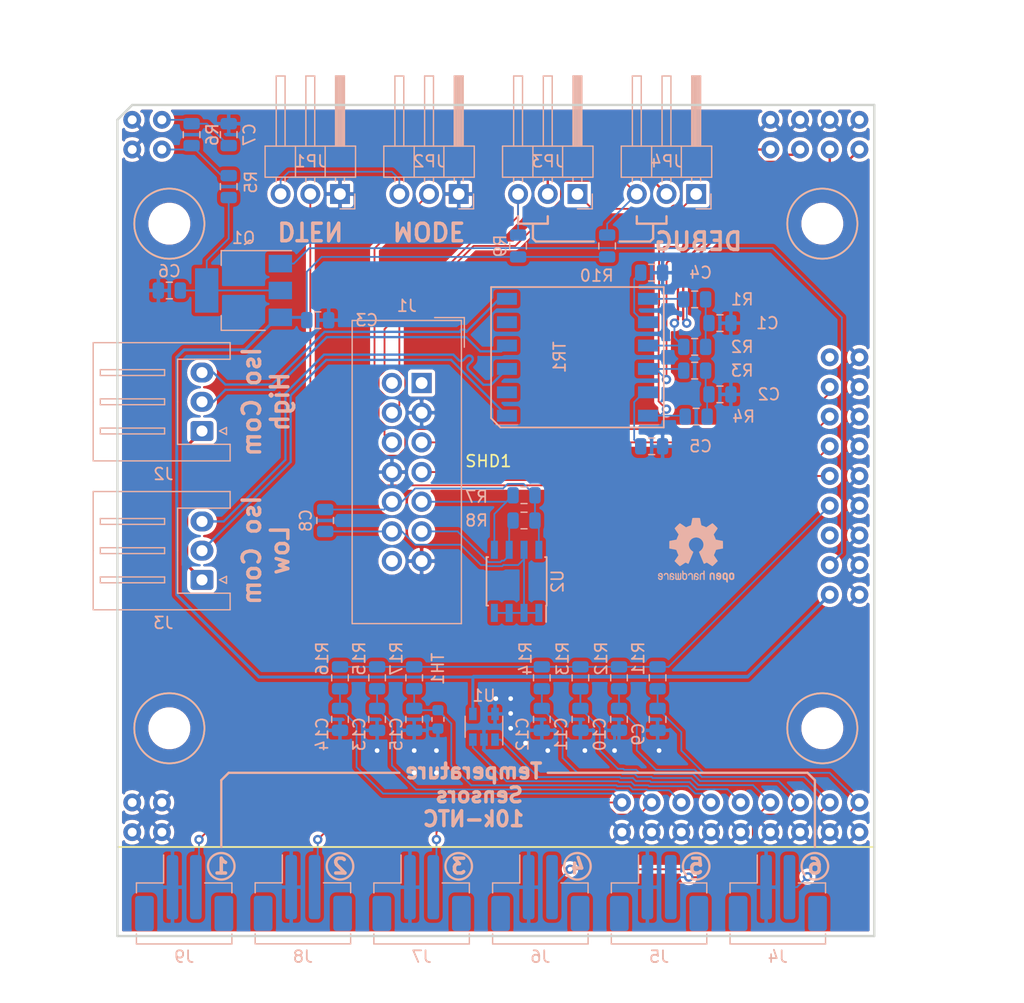
<source format=kicad_pcb>
(kicad_pcb (version 20171130) (host pcbnew 5.1.4-e60b266~84~ubuntu18.04.1)
  (layers (0 F.Cu signal hide) (31 B.Cu signal hide) (34 B.Paste user) (35 F.Paste user) (36 B.SilkS user) (37 F.SilkS user) (38 B.Mask user) (39 F.Mask user) (44 Edge.Cuts user))
  (net 0 "")
  (net 1 GND)
  (net 2 +5V)
  (net 3 /V+)
  (net 4 /EE_GND)
  (net 5 /EE_VCC)
  (net 6 /GPIO9)
  (net 7 /GPIO8)
  (net 8 /GPIO7)
  (net 9 /GPIO6)
  (net 10 /GPIO2)
  (net 11 /GPIO1)
  (net 12 /GPIO3)
  (net 13 /SCK)
  (net 14 /~SDO)
  (net 15 /CS)
  (net 16 /~SDI)
  (net 17 /EE_SDA)
  (net 18 /EE_SCK)
  (net 19 GNDPWR)
  (net 20 /VREG)
  (net 21 /DTEN)
  (net 22 /ISOMD)
  (net 23 /DRIVE)
  (net 24 /Cmax)
  (net 25 /VREF1)
  (net 26 /GPIO5)
  (net 27 /GPIO4)
  (net 28 /IsoH+)
  (net 29 /IsoH-)
  (net 30 /IsoL-)
  (net 31 /IsoL+)
  (net 32 /ILJ-)
  (net 33 /IL-)
  (net 34 /IL+)
  (net 35 /ILJ+)
  (net 36 /IH+)
  (net 37 /IH-)
  (net 38 "Net-(C1-Pad1)")
  (net 39 "Net-(C2-Pad1)")
  (net 40 "Net-(C4-Pad1)")
  (net 41 "Net-(C5-Pad1)")
  (net 42 "Net-(C6-Pad1)")
  (net 43 "Net-(J1-Pad1)")
  (net 44 "Net-(J1-Pad2)")
  (net 45 "Net-(J1-Pad14)")
  (net 46 "Net-(SHD1-PadVREF2)")
  (net 47 "Net-(SHD1-PadWDT)")
  (net 48 "Net-(TR1-Pad2)")
  (net 49 "Net-(TR1-Pad5)")
  (module Symbol:OSHW-Logo2_7.3x6mm_SilkScreen (layer B.Cu) (at 166.37 116.84 180)
    (fp_text reference REF** hide)
    (fp_text value OSHW-Logo2_7.3x6mm_SilkScreen hide)
  )
  (module OpenBMS:OpenBMS_IO (layer F.Cu) (at 148.59 110.49)
    (fp_text reference SHD1 (at 0 -1.27) (layer F.SilkS))
    (fp_text value OpenBMS_IO)
    (pad "" np_thru_hole circle (at 28.575 -21.59) (size 3 3) (drill 3) (layers *.Cu *.Mask))
    (pad "" np_thru_hole circle (at 28.575 21.59) (size 3 3) (drill 3) (layers *.Cu *.Mask))
    (pad "" np_thru_hole circle (at -27.305 21.59) (size 3 3) (drill 3) (layers *.Cu *.Mask))
    (pad "" np_thru_hole circle (at -27.305 -21.59) (size 3 3) (drill 3) (layers *.Cu *.Mask))
    (pad GND thru_hole circle (at -27.94 27.94) (size 1.524 1.524) (drill 0.762) (layers *.Cu *.Mask) (net 1 GND))
    (pad GND thru_hole circle (at -27.94 30.48) (size 1.524 1.524) (drill 0.762) (layers *.Cu *.Mask) (net 1 GND))
    (pad GND thru_hole circle (at -30.48 30.48) (size 1.524 1.524) (drill 0.762) (layers *.Cu *.Mask) (net 1 GND))
    (pad GND thru_hole circle (at -30.48 27.94) (size 1.524 1.524) (drill 0.762) (layers *.Cu *.Mask) (net 1 GND))
    (pad GND thru_hole circle (at -30.48 -27.94) (size 1.524 1.524) (drill 0.762) (layers *.Cu *.Mask) (net 1 GND))
    (pad GND thru_hole circle (at -30.48 -30.48) (size 1.524 1.524) (drill 0.762) (layers *.Cu *.Mask) (net 1 GND))
    (pad GND thru_hole circle (at 31.75 7.62 90) (size 1.524 1.524) (drill 0.762) (layers *.Cu *.Mask) (net 1 GND))
    (pad GND thru_hole circle (at 31.75 0 90) (size 1.524 1.524) (drill 0.762) (layers *.Cu *.Mask) (net 1 GND))
    (pad GND thru_hole circle (at 31.75 2.54 90) (size 1.524 1.524) (drill 0.762) (layers *.Cu *.Mask) (net 1 GND))
    (pad GND thru_hole circle (at 31.75 -5.08 90) (size 1.524 1.524) (drill 0.762) (layers *.Cu *.Mask) (net 1 GND))
    (pad GND thru_hole circle (at 31.75 10.16 90) (size 1.524 1.524) (drill 0.762) (layers *.Cu *.Mask) (net 1 GND))
    (pad GND thru_hole circle (at 31.75 -2.54 90) (size 1.524 1.524) (drill 0.762) (layers *.Cu *.Mask) (net 1 GND))
    (pad GND thru_hole circle (at 31.75 -7.62 90) (size 1.524 1.524) (drill 0.762) (layers *.Cu *.Mask) (net 1 GND))
    (pad GND thru_hole circle (at 31.75 -10.16 90) (size 1.524 1.524) (drill 0.762) (layers *.Cu *.Mask) (net 1 GND))
    (pad GND thru_hole circle (at 31.75 5.08 90) (size 1.524 1.524) (drill 0.762) (layers *.Cu *.Mask) (net 1 GND))
    (pad GND thru_hole circle (at 31.75 30.48) (size 1.524 1.524) (drill 0.762) (layers *.Cu *.Mask) (net 1 GND))
    (pad GND thru_hole circle (at 29.21 30.48) (size 1.524 1.524) (drill 0.762) (layers *.Cu *.Mask) (net 1 GND))
    (pad GND thru_hole circle (at 26.67 30.48) (size 1.524 1.524) (drill 0.762) (layers *.Cu *.Mask) (net 1 GND))
    (pad GND thru_hole circle (at 24.13 30.48) (size 1.524 1.524) (drill 0.762) (layers *.Cu *.Mask) (net 1 GND))
    (pad GND thru_hole circle (at 21.59 30.48) (size 1.524 1.524) (drill 0.762) (layers *.Cu *.Mask) (net 1 GND))
    (pad GND thru_hole circle (at 19.05 30.48) (size 1.524 1.524) (drill 0.762) (layers *.Cu *.Mask) (net 1 GND))
    (pad GND thru_hole circle (at 16.51 30.48) (size 1.524 1.524) (drill 0.762) (layers *.Cu *.Mask) (net 1 GND))
    (pad GND thru_hole circle (at 13.97 30.48) (size 1.524 1.524) (drill 0.762) (layers *.Cu *.Mask) (net 1 GND))
    (pad GND thru_hole circle (at 11.43 30.48) (size 1.524 1.524) (drill 0.762) (layers *.Cu *.Mask) (net 1 GND))
    (pad GPIO1 thru_hole circle (at 11.43 27.94) (size 1.524 1.524) (drill 0.762) (layers *.Cu *.Mask) (net 11 /GPIO1))
    (pad GPIO2 thru_hole circle (at 13.97 27.94) (size 1.524 1.524) (drill 0.762) (layers *.Cu *.Mask) (net 10 /GPIO2))
    (pad GPIO3 thru_hole circle (at 16.51 27.94) (size 1.524 1.524) (drill 0.762) (layers *.Cu *.Mask) (net 12 /GPIO3))
    (pad GPIO4 thru_hole circle (at 19.05 27.94) (size 1.524 1.524) (drill 0.762) (layers *.Cu *.Mask) (net 27 /GPIO4))
    (pad GPIO5 thru_hole circle (at 21.59 27.94) (size 1.524 1.524) (drill 0.762) (layers *.Cu *.Mask) (net 26 /GPIO5))
    (pad GPIO6 thru_hole circle (at 24.13 27.94) (size 1.524 1.524) (drill 0.762) (layers *.Cu *.Mask) (net 9 /GPIO6))
    (pad GPIO7 thru_hole circle (at 26.67 27.94) (size 1.524 1.524) (drill 0.762) (layers *.Cu *.Mask) (net 8 /GPIO7))
    (pad GPIO8 thru_hole circle (at 29.21 27.94) (size 1.524 1.524) (drill 0.762) (layers *.Cu *.Mask) (net 7 /GPIO8))
    (pad GPIO9 thru_hole circle (at 31.75 27.94) (size 1.524 1.524) (drill 0.762) (layers *.Cu *.Mask) (net 6 /GPIO9))
    (pad VREF1 thru_hole circle (at 29.21 2.54 90) (size 1.524 1.524) (drill 0.762) (layers *.Cu *.Mask) (net 25 /VREF1))
    (pad VREF2 thru_hole circle (at 29.21 5.08 90) (size 1.524 1.524) (drill 0.762) (layers *.Cu *.Mask) (net 46 "Net-(SHD1-PadVREF2)"))
    (pad Cmax_in thru_hole circle (at -27.94 -27.94) (size 1.524 1.524) (drill 0.762) (layers *.Cu *.Mask) (net 24 /Cmax))
    (pad V+ thru_hole circle (at -27.94 -30.48) (size 1.524 1.524) (drill 0.762) (layers *.Cu *.Mask) (net 3 /V+))
    (pad DTEN thru_hole circle (at 29.21 0) (size 1.524 1.524) (drill 0.762) (layers *.Cu *.Mask) (net 21 /DTEN))
    (pad ~SDI thru_hole circle (at 29.21 -2.54) (size 1.524 1.524) (drill 0.762) (layers *.Cu *.Mask) (net 16 /~SDI))
    (pad ~SDO thru_hole circle (at 29.21 -5.08) (size 1.524 1.524) (drill 0.762) (layers *.Cu *.Mask) (net 14 /~SDO))
    (pad ISOMD thru_hole circle (at 29.21 -7.62) (size 1.524 1.524) (drill 0.762) (layers *.Cu *.Mask) (net 22 /ISOMD))
    (pad WDT thru_hole circle (at 29.21 -10.16) (size 1.524 1.524) (drill 0.762) (layers *.Cu *.Mask) (net 47 "Net-(SHD1-PadWDT)"))
    (pad DRIVE thru_hole circle (at 29.21 7.62) (size 1.524 1.524) (drill 0.762) (layers *.Cu *.Mask) (net 23 /DRIVE))
    (pad VREG thru_hole circle (at 29.21 10.16) (size 1.524 1.524) (drill 0.762) (layers *.Cu *.Mask) (net 2 +5V))
    (pad GND thru_hole circle (at 24.13 -30.48 180) (size 1.524 1.524) (drill 0.762) (layers *.Cu *.Mask) (net 1 GND))
    (pad GND thru_hole circle (at 26.67 -30.48 180) (size 1.524 1.524) (drill 0.762) (layers *.Cu *.Mask) (net 1 GND))
    (pad GND thru_hole circle (at 31.75 -30.48 180) (size 1.524 1.524) (drill 0.762) (layers *.Cu *.Mask) (net 1 GND))
    (pad GND thru_hole circle (at 29.21 -30.48 180) (size 1.524 1.524) (drill 0.762) (layers *.Cu *.Mask) (net 1 GND))
    (pad ILM thru_hole circle (at 24.13 -27.94 180) (size 1.524 1.524) (drill 0.762) (layers *.Cu *.Mask) (net 33 /IL-))
    (pad ILP thru_hole circle (at 26.67 -27.94 180) (size 1.524 1.524) (drill 0.762) (layers *.Cu *.Mask) (net 34 /IL+))
    (pad IHM thru_hole circle (at 29.21 -27.94 180) (size 1.524 1.524) (drill 0.762) (layers *.Cu *.Mask) (net 37 /IH-))
    (pad IHP thru_hole circle (at 31.75 -27.94 180) (size 1.524 1.524) (drill 0.762) (layers *.Cu *.Mask) (net 36 /IH+))
  )
  (module Capacitor_SMD:C_0805_2012Metric (layer B.Cu) (at 168.402 97.409)
    (fp_text reference C1 (at 4.064 0 180) (layer B.SilkS) (effects (justify mirror)))
    (fp_text value 10n)
    (pad 2 smd roundrect (at 0.9375 0) (size 0.975 1.4) (layers B.Cu B.Paste B.Mask) (net 1 GND))
    (pad 1 smd roundrect (at -0.9375 0) (size 0.975 1.4) (layers B.Cu B.Paste B.Mask) (net 38 "Net-(C1-Pad1)"))
  )
  (module Capacitor_SMD:C_0805_2012Metric (layer B.Cu) (at 168.402 103.505)
    (fp_text reference C2 (at 4.191 0 180) (layer B.SilkS) (effects (justify mirror)))
    (fp_text value 10n)
    (pad 1 smd roundrect (at -0.9375 0) (size 0.975 1.4) (layers B.Cu B.Paste B.Mask) (net 39 "Net-(C2-Pad1)"))
    (pad 2 smd roundrect (at 0.9375 0) (size 0.975 1.4) (layers B.Cu B.Paste B.Mask) (net 1 GND))
  )
  (module Capacitor_SMD:C_0805_2012Metric (layer B.Cu) (at 133.985 97.155)
    (fp_text reference C3 (at 4.191 0 180) (layer B.SilkS) (effects (justify mirror)))
    (fp_text value 1u)
    (pad 2 smd roundrect (at 0.9375 0) (size 0.975 1.4) (layers B.Cu B.Paste B.Mask) (net 1 GND))
    (pad 1 smd roundrect (at -0.9375 0) (size 0.975 1.4) (layers B.Cu B.Paste B.Mask) (net 2 +5V))
  )
  (module Capacitor_SMD:C_0805_2012Metric (layer B.Cu) (at 162.56 93.091)
    (fp_text reference C4 (at 4.191 0) (layer B.SilkS) (effects (justify mirror)))
    (fp_text value 10n)
    (pad 2 smd roundrect (at 0.9375 0) (size 0.975 1.4) (layers B.Cu B.Paste B.Mask) (net 1 GND))
    (pad 1 smd roundrect (at -0.9375 0) (size 0.975 1.4) (layers B.Cu B.Paste B.Mask) (net 40 "Net-(C4-Pad1)"))
  )
  (module Capacitor_SMD:C_0805_2012Metric (layer B.Cu) (at 162.56 107.95)
    (fp_text reference C5 (at 4.191 0) (layer B.SilkS) (effects (justify mirror)))
    (fp_text value 10n)
    (pad 1 smd roundrect (at -0.9375 0) (size 0.975 1.4) (layers B.Cu B.Paste B.Mask) (net 41 "Net-(C5-Pad1)"))
    (pad 2 smd roundrect (at 0.9375 0) (size 0.975 1.4) (layers B.Cu B.Paste B.Mask) (net 1 GND))
  )
  (module Capacitor_SMD:C_0805_2012Metric (layer B.Cu) (at 121.285 94.615 180)
    (fp_text reference C6 (at 0 1.65 180) (layer B.SilkS) (effects (justify mirror)))
    (fp_text value 100n)
    (pad 1 smd roundrect (at -0.9375 0 180) (size 0.975 1.4) (layers B.Cu B.Paste B.Mask) (net 42 "Net-(C6-Pad1)"))
    (pad 2 smd roundrect (at 0.9375 0 180) (size 0.975 1.4) (layers B.Cu B.Paste B.Mask) (net 1 GND))
  )
  (module Capacitor_SMD:C_0805_2012Metric (layer B.Cu) (at 126.365 81.28 90)
    (fp_text reference C7 (at 0 1.778 90) (layer B.SilkS) (effects (justify mirror)))
    (fp_text value 100n)
    (pad 2 smd roundrect (at 0.9375 0 90) (size 0.975 1.4) (layers B.Cu B.Paste B.Mask) (net 1 GND))
    (pad 1 smd roundrect (at -0.9375 0 90) (size 0.975 1.4) (layers B.Cu B.Paste B.Mask) (net 3 /V+))
  )
  (module Capacitor_SMD:C_0805_2012Metric (layer B.Cu) (at 134.62 114.3 270)
    (fp_text reference C8 (at 0 1.65 270) (layer B.SilkS) (effects (justify mirror)))
    (fp_text value 1u)
    (pad 2 smd roundrect (at 0.9375 0 270) (size 0.975 1.4) (layers B.Cu B.Paste B.Mask) (net 4 /EE_GND))
    (pad 1 smd roundrect (at -0.9375 0 270) (size 0.975 1.4) (layers B.Cu B.Paste B.Mask) (net 5 /EE_VCC))
  )
  (module Capacitor_SMD:C_0805_2012Metric (layer B.Cu) (at 163.068 131.318 270)
    (fp_text reference C9 (at 1.27 1.65 270) (layer B.SilkS) (effects (justify mirror)))
    (fp_text value 1u)
    (pad 1 smd roundrect (at -0.9375 0 270) (size 0.975 1.4) (layers B.Cu B.Paste B.Mask) (net 6 /GPIO9))
    (pad 2 smd roundrect (at 0.9375 0 270) (size 0.975 1.4) (layers B.Cu B.Paste B.Mask) (net 1 GND))
  )
  (module Capacitor_SMD:C_0805_2012Metric (layer B.Cu) (at 159.766 131.318 270)
    (fp_text reference C10 (at 1.27 1.65 270) (layer B.SilkS) (effects (justify mirror)))
    (fp_text value 1u)
    (pad 1 smd roundrect (at -0.9375 0 270) (size 0.975 1.4) (layers B.Cu B.Paste B.Mask) (net 7 /GPIO8))
    (pad 2 smd roundrect (at 0.9375 0 270) (size 0.975 1.4) (layers B.Cu B.Paste B.Mask) (net 1 GND))
  )
  (module Capacitor_SMD:C_0805_2012Metric (layer B.Cu) (at 156.464 131.318 270)
    (fp_text reference C11 (at 1.27 1.65 270) (layer B.SilkS) (effects (justify mirror)))
    (fp_text value 1u)
    (pad 2 smd roundrect (at 0.9375 0 270) (size 0.975 1.4) (layers B.Cu B.Paste B.Mask) (net 1 GND))
    (pad 1 smd roundrect (at -0.9375 0 270) (size 0.975 1.4) (layers B.Cu B.Paste B.Mask) (net 8 /GPIO7))
  )
  (module Capacitor_SMD:C_0805_2012Metric (layer B.Cu) (at 153.162 131.318 270)
    (fp_text reference C12 (at 1.27 1.65 270) (layer B.SilkS) (effects (justify mirror)))
    (fp_text value 1u)
    (pad 1 smd roundrect (at -0.9375 0 270) (size 0.975 1.4) (layers B.Cu B.Paste B.Mask) (net 9 /GPIO6))
    (pad 2 smd roundrect (at 0.9375 0 270) (size 0.975 1.4) (layers B.Cu B.Paste B.Mask) (net 1 GND))
  )
  (module Capacitor_SMD:C_0805_2012Metric (layer B.Cu) (at 139.065 131.318 270)
    (fp_text reference C13 (at 1.27 1.524 270) (layer B.SilkS) (effects (justify mirror)))
    (fp_text value 1u)
    (pad 1 smd roundrect (at -0.9375 0 270) (size 0.975 1.4) (layers B.Cu B.Paste B.Mask) (net 10 /GPIO2))
    (pad 2 smd roundrect (at 0.9375 0 270) (size 0.975 1.4) (layers B.Cu B.Paste B.Mask) (net 1 GND))
  )
  (module Capacitor_SMD:C_0805_2012Metric (layer B.Cu) (at 135.89 131.318 270)
    (fp_text reference C14 (at 1.27 1.524 270) (layer B.SilkS) (effects (justify mirror)))
    (fp_text value 1u)
    (pad 2 smd roundrect (at 0.9375 0 270) (size 0.975 1.4) (layers B.Cu B.Paste B.Mask) (net 1 GND))
    (pad 1 smd roundrect (at -0.9375 0 270) (size 0.975 1.4) (layers B.Cu B.Paste B.Mask) (net 11 /GPIO1))
  )
  (module Capacitor_SMD:C_0805_2012Metric (layer B.Cu) (at 142.24 131.318 270)
    (fp_text reference C15 (at 1.27 1.524 270) (layer B.SilkS) (effects (justify mirror)))
    (fp_text value 1u)
    (pad 1 smd roundrect (at -0.9375 0 270) (size 0.975 1.4) (layers B.Cu B.Paste B.Mask) (net 12 /GPIO3))
    (pad 2 smd roundrect (at 0.9375 0 270) (size 0.975 1.4) (layers B.Cu B.Paste B.Mask) (net 1 GND))
  )
  (module Connector_IDC:IDC-Header_2x07_P2.54mm_Vertical (layer B.Cu) (at 142.875 102.53264 180)
    (fp_text reference J1 (at 1.27 6.604 180) (layer B.SilkS) (effects (justify mirror)))
    (fp_text value Linduino_Test)
    (pad 1 thru_hole rect (at 0 0 180) (size 1.7272 1.7272) (drill 1.016) (layers *.Cu *.Mask) (net 43 "Net-(J1-Pad1)"))
    (pad 2 thru_hole oval (at 2.54 0 180) (size 1.7272 1.7272) (drill 1.016) (layers *.Cu *.Mask) (net 44 "Net-(J1-Pad2)"))
    (pad 3 thru_hole oval (at 0 -2.54 180) (size 1.7272 1.7272) (drill 1.016) (layers *.Cu *.Mask) (net 1 GND))
    (pad 4 thru_hole oval (at 2.54 -2.54 180) (size 1.7272 1.7272) (drill 1.016) (layers *.Cu *.Mask) (net 13 /SCK))
    (pad 5 thru_hole oval (at 0 -5.08 180) (size 1.7272 1.7272) (drill 1.016) (layers *.Cu *.Mask) (net 14 /~SDO))
    (pad 6 thru_hole oval (at 2.54 -5.08 180) (size 1.7272 1.7272) (drill 1.016) (layers *.Cu *.Mask) (net 15 /CS))
    (pad 7 thru_hole oval (at 0 -7.62 180) (size 1.7272 1.7272) (drill 1.016) (layers *.Cu *.Mask) (net 16 /~SDI))
    (pad 8 thru_hole oval (at 2.54 -7.62 180) (size 1.7272 1.7272) (drill 1.016) (layers *.Cu *.Mask) (net 1 GND))
    (pad 9 thru_hole oval (at 0 -10.16 180) (size 1.7272 1.7272) (drill 1.016) (layers *.Cu *.Mask) (net 17 /EE_SDA))
    (pad 10 thru_hole oval (at 2.54 -10.16 180) (size 1.7272 1.7272) (drill 1.016) (layers *.Cu *.Mask) (net 5 /EE_VCC))
    (pad 11 thru_hole oval (at 0 -12.7 180) (size 1.7272 1.7272) (drill 1.016) (layers *.Cu *.Mask) (net 18 /EE_SCK))
    (pad 12 thru_hole oval (at 2.54 -12.7 180) (size 1.7272 1.7272) (drill 1.016) (layers *.Cu *.Mask) (net 4 /EE_GND))
    (pad 13 thru_hole oval (at 0 -15.24 180) (size 1.7272 1.7272) (drill 1.016) (layers *.Cu *.Mask) (net 1 GND))
    (pad 14 thru_hole oval (at 2.54 -15.24 180) (size 1.7272 1.7272) (drill 1.016) (layers *.Cu *.Mask) (net 45 "Net-(J1-Pad14)"))
  )
  (module Connector_JST:JST_XH_S03B-XH-A_1x03_P2.50mm_Horizontal (layer B.Cu) (at 124.079 106.64 90)
    (fp_text reference J2 (at -3.683 -3.302 180) (layer B.SilkS) (effects (justify mirror)))
    (fp_text value Com_H)
    (pad 3 thru_hole oval (at 5 0 90) (size 1.7 1.95) (drill 0.95) (layers *.Cu *.Mask) (net 28 /IsoH+))
    (pad 2 thru_hole oval (at 2.5 0 90) (size 1.7 1.95) (drill 0.95) (layers *.Cu *.Mask) (net 29 /IsoH-))
    (pad 1 thru_hole roundrect (at 0 0 90) (size 1.7 1.95) (drill 0.95) (layers *.Cu *.Mask) (roundrect_rratio 0.147059) (net 19 GNDPWR))
  )
  (module Connector_JST:JST_XH_S03B-XH-A_1x03_P2.50mm_Horizontal (layer B.Cu) (at 124.079 119.38 90)
    (fp_text reference J3 (at -3.683 -3.302 180) (layer B.SilkS) (effects (justify mirror)))
    (fp_text value Com_L)
    (pad 1 thru_hole roundrect (at 0 0 90) (size 1.7 1.95) (drill 0.95) (layers *.Cu *.Mask) (roundrect_rratio 0.147059) (net 19 GNDPWR))
    (pad 2 thru_hole oval (at 2.5 0 90) (size 1.7 1.95) (drill 0.95) (layers *.Cu *.Mask) (net 30 /IsoL-))
    (pad 3 thru_hole oval (at 5 0 90) (size 1.7 1.95) (drill 0.95) (layers *.Cu *.Mask) (net 31 /IsoL+))
  )
  (module Connector_JST:JST_PH_B2B-PH-SM4-TB_1x02-1MP_P2.00mm_Vertical (layer B.Cu) (at 173.355 146.177)
    (fp_text reference J4 (at 0 5.45) (layer B.SilkS) (effects (justify mirror)))
    (fp_text value Temp6)
    (pad MP smd roundrect (at 3.4 1.75) (size 1.6 3) (layers B.Cu B.Paste B.Mask) (roundrect_rratio 0.15625))
    (pad MP smd roundrect (at -3.4 1.75) (size 1.6 3) (layers B.Cu B.Paste B.Mask) (roundrect_rratio 0.15625))
    (pad 2 smd roundrect (at 1 -0.5) (size 1 5.5) (layers B.Cu B.Paste B.Mask) (net 6 /GPIO9))
    (pad 1 smd roundrect (at -1 -0.5) (size 1 5.5) (layers B.Cu B.Paste B.Mask) (net 1 GND))
  )
  (module Connector_JST:JST_PH_B2B-PH-SM4-TB_1x02-1MP_P2.00mm_Vertical (layer B.Cu) (at 163.195 146.177)
    (fp_text reference J5 (at 0 5.45) (layer B.SilkS) (effects (justify mirror)))
    (fp_text value Temp5)
    (pad 1 smd roundrect (at -1 -0.5) (size 1 5.5) (layers B.Cu B.Paste B.Mask) (net 1 GND))
    (pad 2 smd roundrect (at 1 -0.5) (size 1 5.5) (layers B.Cu B.Paste B.Mask) (net 7 /GPIO8))
    (pad MP smd roundrect (at -3.4 1.75) (size 1.6 3) (layers B.Cu B.Paste B.Mask) (roundrect_rratio 0.15625))
    (pad MP smd roundrect (at 3.4 1.75) (size 1.6 3) (layers B.Cu B.Paste B.Mask) (roundrect_rratio 0.15625))
  )
  (module Connector_JST:JST_PH_B2B-PH-SM4-TB_1x02-1MP_P2.00mm_Vertical (layer B.Cu) (at 153.035 146.177)
    (fp_text reference J6 (at 0 5.45) (layer B.SilkS) (effects (justify mirror)))
    (fp_text value Temp4)
    (pad MP smd roundrect (at 3.4 1.75) (size 1.6 3) (layers B.Cu B.Paste B.Mask) (roundrect_rratio 0.15625))
    (pad MP smd roundrect (at -3.4 1.75) (size 1.6 3) (layers B.Cu B.Paste B.Mask) (roundrect_rratio 0.15625))
    (pad 2 smd roundrect (at 1 -0.5) (size 1 5.5) (layers B.Cu B.Paste B.Mask) (net 8 /GPIO7))
    (pad 1 smd roundrect (at -1 -0.5) (size 1 5.5) (layers B.Cu B.Paste B.Mask) (net 1 GND))
  )
  (module Connector_JST:JST_PH_B2B-PH-SM4-TB_1x02-1MP_P2.00mm_Vertical (layer B.Cu) (at 142.875 146.177)
    (fp_text reference J7 (at 0 5.45) (layer B.SilkS) (effects (justify mirror)))
    (fp_text value Temp3)
    (pad 1 smd roundrect (at -1 -0.5) (size 1 5.5) (layers B.Cu B.Paste B.Mask) (net 1 GND))
    (pad 2 smd roundrect (at 1 -0.5) (size 1 5.5) (layers B.Cu B.Paste B.Mask) (net 9 /GPIO6))
    (pad MP smd roundrect (at -3.4 1.75) (size 1.6 3) (layers B.Cu B.Paste B.Mask) (roundrect_rratio 0.15625))
    (pad MP smd roundrect (at 3.4 1.75) (size 1.6 3) (layers B.Cu B.Paste B.Mask) (roundrect_rratio 0.15625))
  )
  (module Connector_JST:JST_PH_B2B-PH-SM4-TB_1x02-1MP_P2.00mm_Vertical (layer B.Cu) (at 132.715 146.169)
    (fp_text reference J8 (at 0 5.45) (layer B.SilkS) (effects (justify mirror)))
    (fp_text value Temp2)
    (pad MP smd roundrect (at 3.4 1.75) (size 1.6 3) (layers B.Cu B.Paste B.Mask) (roundrect_rratio 0.15625))
    (pad MP smd roundrect (at -3.4 1.75) (size 1.6 3) (layers B.Cu B.Paste B.Mask) (roundrect_rratio 0.15625))
    (pad 2 smd roundrect (at 1 -0.5) (size 1 5.5) (layers B.Cu B.Paste B.Mask) (net 10 /GPIO2))
    (pad 1 smd roundrect (at -1 -0.5) (size 1 5.5) (layers B.Cu B.Paste B.Mask) (net 1 GND))
  )
  (module Connector_JST:JST_PH_B2B-PH-SM4-TB_1x02-1MP_P2.00mm_Vertical (layer B.Cu) (at 122.555 146.177)
    (fp_text reference J9 (at 0 5.45) (layer B.SilkS) (effects (justify mirror)))
    (fp_text value Temp1)
    (pad 1 smd roundrect (at -1 -0.5) (size 1 5.5) (layers B.Cu B.Paste B.Mask) (net 1 GND))
    (pad 2 smd roundrect (at 1 -0.5) (size 1 5.5) (layers B.Cu B.Paste B.Mask) (net 11 /GPIO1))
    (pad MP smd roundrect (at -3.4 1.75) (size 1.6 3) (layers B.Cu B.Paste B.Mask) (roundrect_rratio 0.15625))
    (pad MP smd roundrect (at 3.4 1.75) (size 1.6 3) (layers B.Cu B.Paste B.Mask) (roundrect_rratio 0.15625))
  )
  (module Connector_PinHeader_2.54mm:PinHeader_1x03_P2.54mm_Horizontal (layer B.Cu) (at 135.89 86.36 90)
    (fp_text reference JP1 (at 2.794 -2.54) (layer B.SilkS) (effects (justify mirror)))
    (fp_text value DTEN)
    (pad 3 thru_hole oval (at 0 -5.08 90) (size 1.7 1.7) (drill 1) (layers *.Cu *.Mask) (net 20 /VREG))
    (pad 2 thru_hole oval (at 0 -2.54 90) (size 1.7 1.7) (drill 1) (layers *.Cu *.Mask) (net 21 /DTEN))
    (pad 1 thru_hole rect (at 0 0 90) (size 1.7 1.7) (drill 1) (layers *.Cu *.Mask) (net 1 GND))
  )
  (module Connector_PinHeader_2.54mm:PinHeader_1x03_P2.54mm_Horizontal (layer B.Cu) (at 146.05 86.36 90)
    (fp_text reference JP2 (at 2.794 -2.54) (layer B.SilkS) (effects (justify mirror)))
    (fp_text value MODE)
    (pad 1 thru_hole rect (at 0 0 90) (size 1.7 1.7) (drill 1) (layers *.Cu *.Mask) (net 1 GND))
    (pad 2 thru_hole oval (at 0 -2.54 90) (size 1.7 1.7) (drill 1) (layers *.Cu *.Mask) (net 22 /ISOMD))
    (pad 3 thru_hole oval (at 0 -5.08 90) (size 1.7 1.7) (drill 1) (layers *.Cu *.Mask) (net 20 /VREG))
  )
  (module Connector_PinHeader_2.54mm:PinHeader_1x03_P2.54mm_Horizontal (layer B.Cu) (at 156.21 86.36 90)
    (fp_text reference JP3 (at 2.794 -2.54) (layer B.SilkS) (effects (justify mirror)))
    (fp_text value Debug)
    (pad 1 thru_hole rect (at 0 0 90) (size 1.7 1.7) (drill 1) (layers *.Cu *.Mask) (net 32 /ILJ-))
    (pad 2 thru_hole oval (at 0 -2.54 90) (size 1.7 1.7) (drill 1) (layers *.Cu *.Mask) (net 33 /IL-))
    (pad 3 thru_hole oval (at 0 -5.08 90) (size 1.7 1.7) (drill 1) (layers *.Cu *.Mask) (net 15 /CS))
  )
  (module Connector_PinHeader_2.54mm:PinHeader_1x03_P2.54mm_Horizontal (layer B.Cu) (at 166.37 86.36 90)
    (fp_text reference JP4 (at 2.794 -2.54) (layer B.SilkS) (effects (justify mirror)))
    (fp_text value Debug)
    (pad 3 thru_hole oval (at 0 -5.08 90) (size 1.7 1.7) (drill 1) (layers *.Cu *.Mask) (net 13 /SCK))
    (pad 2 thru_hole oval (at 0 -2.54 90) (size 1.7 1.7) (drill 1) (layers *.Cu *.Mask) (net 34 /IL+))
    (pad 1 thru_hole rect (at 0 0 90) (size 1.7 1.7) (drill 1) (layers *.Cu *.Mask) (net 35 /ILJ+))
  )
  (module Package_TO_SOT_SMD:SOT-223 (layer B.Cu) (at 127.635 94.615 180)
    (fp_text reference Q1 (at 0 4.5 180) (layer B.SilkS) (effects (justify mirror)))
    (fp_text value NSV1C201MZ4)
    (pad 4 smd rect (at 3.15 0 180) (size 2 3.8) (layers B.Cu B.Paste B.Mask) (net 42 "Net-(C6-Pad1)"))
    (pad 2 smd rect (at -3.15 0 180) (size 2 1.5) (layers B.Cu B.Paste B.Mask) (net 42 "Net-(C6-Pad1)"))
    (pad 3 smd rect (at -3.15 -2.3 180) (size 2 1.5) (layers B.Cu B.Paste B.Mask) (net 2 +5V))
    (pad 1 smd rect (at -3.15 2.3 180) (size 2 1.5) (layers B.Cu B.Paste B.Mask) (net 23 /DRIVE))
  )
  (module Resistor_SMD:R_0805_2012Metric (layer B.Cu) (at 166.243 95.377 180)
    (fp_text reference R1 (at -4.064 0) (layer B.SilkS) (effects (justify mirror)))
    (fp_text value 51)
    (pad 1 smd roundrect (at -0.9375 0 180) (size 0.975 1.4) (layers B.Cu B.Paste B.Mask) (net 38 "Net-(C1-Pad1)"))
    (pad 2 smd roundrect (at 0.9375 0 180) (size 0.975 1.4) (layers B.Cu B.Paste B.Mask) (net 36 /IH+))
  )
  (module Resistor_SMD:R_0805_2012Metric (layer B.Cu) (at 166.243 99.441)
    (fp_text reference R2 (at 4.064 0 180) (layer B.SilkS) (effects (justify mirror)))
    (fp_text value 51)
    (pad 2 smd roundrect (at 0.9375 0) (size 0.975 1.4) (layers B.Cu B.Paste B.Mask) (net 38 "Net-(C1-Pad1)"))
    (pad 1 smd roundrect (at -0.9375 0) (size 0.975 1.4) (layers B.Cu B.Paste B.Mask) (net 37 /IH-))
  )
  (module Resistor_SMD:R_0805_2012Metric (layer B.Cu) (at 166.243 101.473 180)
    (fp_text reference R3 (at -4.064 0) (layer B.SilkS) (effects (justify mirror)))
    (fp_text value 51)
    (pad 1 smd roundrect (at -0.9375 0 180) (size 0.975 1.4) (layers B.Cu B.Paste B.Mask) (net 39 "Net-(C2-Pad1)"))
    (pad 2 smd roundrect (at 0.9375 0 180) (size 0.975 1.4) (layers B.Cu B.Paste B.Mask) (net 35 /ILJ+))
  )
  (module Resistor_SMD:R_0805_2012Metric (layer B.Cu) (at 166.37 105.41)
    (fp_text reference R4 (at 4.064 0 180) (layer B.SilkS) (effects (justify mirror)))
    (fp_text value 51)
    (pad 2 smd roundrect (at 0.9375 0) (size 0.975 1.4) (layers B.Cu B.Paste B.Mask) (net 39 "Net-(C2-Pad1)"))
    (pad 1 smd roundrect (at -0.9375 0) (size 0.975 1.4) (layers B.Cu B.Paste B.Mask) (net 32 /ILJ-))
  )
  (module Resistor_SMD:R_0805_2012Metric (layer B.Cu) (at 126.365 85.725 90)
    (fp_text reference R5 (at 0.381 1.905 90) (layer B.SilkS) (effects (justify mirror)))
    (fp_text value 100)
    (pad 1 smd roundrect (at -0.9375 0 90) (size 0.975 1.4) (layers B.Cu B.Paste B.Mask) (net 42 "Net-(C6-Pad1)"))
    (pad 2 smd roundrect (at 0.9375 0 90) (size 0.975 1.4) (layers B.Cu B.Paste B.Mask) (net 24 /Cmax))
  )
  (module Resistor_SMD:R_0805_2012Metric (layer B.Cu) (at 123.19 81.28 270)
    (fp_text reference R6 (at 0 -1.778 270) (layer B.SilkS) (effects (justify mirror)))
    (fp_text value 100)
    (pad 2 smd roundrect (at 0.9375 0 270) (size 0.975 1.4) (layers B.Cu B.Paste B.Mask) (net 24 /Cmax))
    (pad 1 smd roundrect (at -0.9375 0 270) (size 0.975 1.4) (layers B.Cu B.Paste B.Mask) (net 3 /V+))
  )
  (module Resistor_SMD:R_0805_2012Metric (layer B.Cu) (at 151.638 112.141)
    (fp_text reference R7 (at -4.064 0.127) (layer B.SilkS) (effects (justify mirror)))
    (fp_text value 5.1k)
    (pad 2 smd roundrect (at 0.9375 0) (size 0.975 1.4) (layers B.Cu B.Paste B.Mask) (net 5 /EE_VCC))
    (pad 1 smd roundrect (at -0.9375 0) (size 0.975 1.4) (layers B.Cu B.Paste B.Mask) (net 17 /EE_SDA))
  )
  (module Resistor_SMD:R_0805_2012Metric (layer B.Cu) (at 151.638 114.3)
    (fp_text reference R8 (at -4.064 0) (layer B.SilkS) (effects (justify mirror)))
    (fp_text value 5.1k)
    (pad 1 smd roundrect (at -0.9375 0) (size 0.975 1.4) (layers B.Cu B.Paste B.Mask) (net 18 /EE_SCK))
    (pad 2 smd roundrect (at 0.9375 0) (size 0.975 1.4) (layers B.Cu B.Paste B.Mask) (net 5 /EE_VCC))
  )
  (module Resistor_SMD:R_0805_2012Metric (layer B.Cu) (at 151.13 90.805 270)
    (fp_text reference R9 (at 0 1.524 270) (layer B.SilkS) (effects (justify mirror)))
    (fp_text value 1M)
    (pad 1 smd roundrect (at -0.9375 0 270) (size 0.975 1.4) (layers B.Cu B.Paste B.Mask) (net 15 /CS))
    (pad 2 smd roundrect (at 0.9375 0 270) (size 0.975 1.4) (layers B.Cu B.Paste B.Mask) (net 2 +5V))
  )
  (module Resistor_SMD:R_0805_2012Metric (layer B.Cu) (at 158.75 90.805 270)
    (fp_text reference R10 (at 2.54 0.889 180) (layer B.SilkS) (effects (justify mirror)))
    (fp_text value 1M)
    (pad 2 smd roundrect (at 0.9375 0 270) (size 0.975 1.4) (layers B.Cu B.Paste B.Mask) (net 2 +5V))
    (pad 1 smd roundrect (at -0.9375 0 270) (size 0.975 1.4) (layers B.Cu B.Paste B.Mask) (net 13 /SCK))
  )
  (module Resistor_SMD:R_0805_2012Metric (layer B.Cu) (at 163.068 127.762 90)
    (fp_text reference R11 (at 1.651 -1.651 90) (layer B.SilkS) (effects (justify mirror)))
    (fp_text value 10k)
    (pad 1 smd roundrect (at -0.9375 0 90) (size 0.975 1.4) (layers B.Cu B.Paste B.Mask) (net 6 /GPIO9))
    (pad 2 smd roundrect (at 0.9375 0 90) (size 0.975 1.4) (layers B.Cu B.Paste B.Mask) (net 25 /VREF1))
  )
  (module Resistor_SMD:R_0805_2012Metric (layer B.Cu) (at 159.766 127.762 90)
    (fp_text reference R12 (at 1.651 -1.524 90) (layer B.SilkS) (effects (justify mirror)))
    (fp_text value 10k)
    (pad 2 smd roundrect (at 0.9375 0 90) (size 0.975 1.4) (layers B.Cu B.Paste B.Mask) (net 25 /VREF1))
    (pad 1 smd roundrect (at -0.9375 0 90) (size 0.975 1.4) (layers B.Cu B.Paste B.Mask) (net 7 /GPIO8))
  )
  (module Resistor_SMD:R_0805_2012Metric (layer B.Cu) (at 156.464 127.762 90)
    (fp_text reference R13 (at 1.651 -1.524 90) (layer B.SilkS) (effects (justify mirror)))
    (fp_text value 10k)
    (pad 1 smd roundrect (at -0.9375 0 90) (size 0.975 1.4) (layers B.Cu B.Paste B.Mask) (net 8 /GPIO7))
    (pad 2 smd roundrect (at 0.9375 0 90) (size 0.975 1.4) (layers B.Cu B.Paste B.Mask) (net 25 /VREF1))
  )
  (module Resistor_SMD:R_0805_2012Metric (layer B.Cu) (at 153.162 127.762 90)
    (fp_text reference R14 (at 1.651 -1.397 90) (layer B.SilkS) (effects (justify mirror)))
    (fp_text value 10k)
    (pad 2 smd roundrect (at 0.9375 0 90) (size 0.975 1.4) (layers B.Cu B.Paste B.Mask) (net 25 /VREF1))
    (pad 1 smd roundrect (at -0.9375 0 90) (size 0.975 1.4) (layers B.Cu B.Paste B.Mask) (net 9 /GPIO6))
  )
  (module Resistor_SMD:R_0805_2012Metric (layer B.Cu) (at 139.065 127.762 90)
    (fp_text reference R15 (at 1.651 -1.524 90) (layer B.SilkS) (effects (justify mirror)))
    (fp_text value 10k)
    (pad 1 smd roundrect (at -0.9375 0 90) (size 0.975 1.4) (layers B.Cu B.Paste B.Mask) (net 10 /GPIO2))
    (pad 2 smd roundrect (at 0.9375 0 90) (size 0.975 1.4) (layers B.Cu B.Paste B.Mask) (net 25 /VREF1))
  )
  (module Resistor_SMD:R_0805_2012Metric (layer B.Cu) (at 135.89 127.762 90)
    (fp_text reference R16 (at 1.651 -1.524 90) (layer B.SilkS) (effects (justify mirror)))
    (fp_text value 10k)
    (pad 2 smd roundrect (at 0.9375 0 90) (size 0.975 1.4) (layers B.Cu B.Paste B.Mask) (net 25 /VREF1))
    (pad 1 smd roundrect (at -0.9375 0 90) (size 0.975 1.4) (layers B.Cu B.Paste B.Mask) (net 11 /GPIO1))
  )
  (module Resistor_SMD:R_0805_2012Metric (layer B.Cu) (at 142.24 127.762 90)
    (fp_text reference R17 (at 1.651 -1.524 90) (layer B.SilkS) (effects (justify mirror)))
    (fp_text value 10k)
    (pad 1 smd roundrect (at -0.9375 0 90) (size 0.975 1.4) (layers B.Cu B.Paste B.Mask) (net 12 /GPIO3))
    (pad 2 smd roundrect (at 0.9375 0 90) (size 0.975 1.4) (layers B.Cu B.Paste B.Mask) (net 25 /VREF1))
  )
  (module Resistor_SMD:R_0603_1608Metric (layer B.Cu) (at 144.272 131.318 270)
    (fp_text reference TH1 (at -4.318 0 270) (layer B.SilkS) (effects (justify mirror)))
    (fp_text value Thermistor_NTC)
    (pad 1 smd roundrect (at -0.7875 0 270) (size 0.875 0.95) (layers B.Cu B.Paste B.Mask) (net 12 /GPIO3))
    (pad 2 smd roundrect (at 0.7875 0 270) (size 0.875 0.95) (layers B.Cu B.Paste B.Mask) (net 1 GND))
  )
  (module Package_TO_SOT_SMD:SOT-23-5 (layer B.Cu) (at 148.209 131.953 90)
    (fp_text reference U1 (at 2.667 0 180) (layer B.SilkS) (effects (justify mirror)))
    (fp_text value 24AA01)
    (pad 1 smd rect (at -1.1 0.95 90) (size 1.06 0.65) (layers B.Cu B.Paste B.Mask) (net 26 /GPIO5))
    (pad 2 smd rect (at -1.1 0 90) (size 1.06 0.65) (layers B.Cu B.Paste B.Mask) (net 1 GND))
    (pad 3 smd rect (at -1.1 -0.95 90) (size 1.06 0.65) (layers B.Cu B.Paste B.Mask) (net 27 /GPIO4))
    (pad 4 smd rect (at 1.1 -0.95 90) (size 1.06 0.65) (layers B.Cu B.Paste B.Mask) (net 2 +5V))
    (pad 5 smd rect (at 1.1 0.95 90) (size 1.06 0.65) (layers B.Cu B.Paste B.Mask) (net 1 GND))
  )
  (module Package_SO:SOIC-8_3.9x4.9mm_P1.27mm (layer B.Cu) (at 151.003 119.507 90)
    (fp_text reference U2 (at 0 3.5 90) (layer B.SilkS) (effects (justify mirror)))
    (fp_text value 24LC025-I/SN)
    (pad 1 smd rect (at -2.7 1.905 90) (size 1.55 0.6) (layers B.Cu B.Paste B.Mask) (net 4 /EE_GND))
    (pad 2 smd rect (at -2.7 0.635 90) (size 1.55 0.6) (layers B.Cu B.Paste B.Mask) (net 4 /EE_GND))
    (pad 3 smd rect (at -2.7 -0.635 90) (size 1.55 0.6) (layers B.Cu B.Paste B.Mask) (net 4 /EE_GND))
    (pad 4 smd rect (at -2.7 -1.905 90) (size 1.55 0.6) (layers B.Cu B.Paste B.Mask) (net 4 /EE_GND))
    (pad 5 smd rect (at 2.7 -1.905 90) (size 1.55 0.6) (layers B.Cu B.Paste B.Mask) (net 17 /EE_SDA))
    (pad 6 smd rect (at 2.7 -0.635 90) (size 1.55 0.6) (layers B.Cu B.Paste B.Mask) (net 18 /EE_SCK))
    (pad 7 smd rect (at 2.7 0.635 90) (size 1.55 0.6) (layers B.Cu B.Paste B.Mask) (net 4 /EE_GND))
    (pad 8 smd rect (at 2.7 1.905 90) (size 1.55 0.6) (layers B.Cu B.Paste B.Mask) (net 5 /EE_VCC))
  )
  (module OpenBMS:HM2102NL (layer B.Cu) (at 156.21 100.33 90)
    (fp_text reference TR1 (at 0 -1.524 270) (layer B.SilkS) (effects (justify mirror)))
    (fp_text value HM2102NL)
    (pad 12 smd rect (at -5 6.035 90) (size 1.016 1.71) (layers B.Cu B.Paste B.Mask) (net 32 /ILJ-))
    (pad 1 smd rect (at -5 -6.035 90) (size 1.016 1.71) (layers B.Cu B.Paste B.Mask) (net 30 /IsoL-))
    (pad 11 smd rect (at -3 6.035 90) (size 1.016 1.71) (layers B.Cu B.Paste B.Mask) (net 41 "Net-(C5-Pad1)"))
    (pad 2 smd rect (at -3 -6.035 90) (size 1.016 1.71) (layers B.Cu B.Paste B.Mask) (net 48 "Net-(TR1-Pad2)"))
    (pad 10 smd rect (at -1 6.035 90) (size 1.016 1.71) (layers B.Cu B.Paste B.Mask) (net 35 /ILJ+))
    (pad 3 smd rect (at -1 -6.035 90) (size 1.016 1.71) (layers B.Cu B.Paste B.Mask) (net 31 /IsoL+))
    (pad 9 smd rect (at 1 6.035 90) (size 1.016 1.71) (layers B.Cu B.Paste B.Mask) (net 37 /IH-))
    (pad 4 smd rect (at 1 -6.035 90) (size 1.016 1.71) (layers B.Cu B.Paste B.Mask) (net 29 /IsoH-))
    (pad 8 smd rect (at 3 6.035 90) (size 1.016 1.71) (layers B.Cu B.Paste B.Mask) (net 40 "Net-(C4-Pad1)"))
    (pad 5 smd rect (at 3 -6.035 90) (size 1.016 1.71) (layers B.Cu B.Paste B.Mask) (net 49 "Net-(TR1-Pad5)"))
    (pad 7 smd rect (at 5 6.035 90) (size 1.016 1.71) (layers B.Cu B.Paste B.Mask) (net 36 /IH+))
    (pad 6 smd rect (at 5 -6.035 90) (size 1.016 1.71) (layers B.Cu B.Paste B.Mask) (net 28 /IsoH+))
  )
  (gr_text MODE (at 143.51 89.535 180) (layer B.SilkS) (effects (font (size 1.5 1.5) (thickness 0.3)) (justify mirror)))
  (gr_text DTEN (at 133.35 89.535 180) (layer B.SilkS) (effects (font (size 1.5 1.5) (thickness 0.3)) (justify mirror)))
  (gr_line (start 176.53 136.525) (end 176.53 142.24) (layer B.SilkS) (width 0.2))
  (gr_line (start 175.895 135.89) (end 176.53 136.525) (layer B.SilkS) (width 0.2))
  (gr_line (start 153.67 135.89) (end 175.895 135.89) (layer B.SilkS) (width 0.2))
  (gr_line (start 125.73 136.525) (end 125.73 142.24) (layer B.SilkS) (width 0.2))
  (gr_line (start 126.365 135.89) (end 125.73 136.525) (layer B.SilkS) (width 0.2))
  (gr_line (start 140.97 135.89) (end 126.365 135.89) (layer B.SilkS) (width 0.2))
  (gr_text 6 (at 176.53 143.891) (layer B.SilkS) (effects (font (size 1.27 1.27) (thickness 0.3)) (justify mirror)))
  (gr_circle (center 176.53 143.891) (end 177.038 144.907) (layer B.SilkS) (width 0.2))
  (gr_text 4 (at 156.21 143.891) (layer B.SilkS) (effects (font (size 1.27 1.27) (thickness 0.3)) (justify mirror)))
  (gr_circle (center 156.21 143.891) (end 156.718 144.907) (layer B.SilkS) (width 0.2))
  (gr_text 5 (at 166.37 143.891) (layer B.SilkS) (effects (font (size 1.27 1.27) (thickness 0.3)) (justify mirror)))
  (gr_circle (center 166.37 143.891) (end 166.878 144.907) (layer B.SilkS) (width 0.2))
  (gr_circle (center 146.05 143.891) (end 146.558 144.907) (layer B.SilkS) (width 0.2))
  (gr_text 3 (at 146.05 143.891) (layer B.SilkS) (effects (font (size 1.27 1.27) (thickness 0.3)) (justify mirror)))
  (gr_circle (center 125.73 143.891) (end 126.238 144.907) (layer B.SilkS) (width 0.2))
  (gr_circle (center 135.89 143.891) (end 136.398 144.907) (layer B.SilkS) (width 0.2))
  (gr_text "1\n" (at 125.73 143.891) (layer B.SilkS) (effects (font (size 1.27 1.27) (thickness 0.3)) (justify mirror)))
  (gr_text 2 (at 135.89 143.891) (layer B.SilkS) (effects (font (size 1.27 1.27) (thickness 0.3)) (justify mirror)))
  (gr_text "Temperature\nSensors \n10k-NTC" (at 147.32 137.795) (layer B.SilkS) (effects (font (size 1.27 1.27) (thickness 0.3)) (justify mirror)))
  (gr_line (start 152.654 90.424) (end 157.607 90.424) (layer B.SilkS) (width 0.2))
  (gr_line (start 152.4 90.17) (end 152.654 90.424) (layer B.SilkS) (width 0.2))
  (gr_line (start 152.4 88.9) (end 152.4 90.17) (layer B.SilkS) (width 0.2))
  (gr_line (start 159.8295 90.424) (end 162.433 90.424) (layer B.SilkS) (width 0.2))
  (gr_line (start 162.687 90.17) (end 162.433 90.424) (layer B.SilkS) (width 0.2))
  (gr_line (start 162.687 88.9) (end 162.687 90.17) (layer B.SilkS) (width 0.2))
  (gr_text DEBUG (at 166.5605 90.424) (layer B.SilkS) (effects (font (size 1.5 1.5) (thickness 0.3)) (justify mirror)))
  (gr_line (start 161.29 88.265) (end 161.29 88.9) (layer B.SilkS) (width 0.2032))
  (gr_line (start 161.29 88.9) (end 163.83 88.9) (layer B.SilkS) (width 0.2032))
  (gr_line (start 163.83 88.9) (end 163.83 88.265) (layer B.SilkS) (width 0.2032))
  (gr_line (start 153.67 88.9) (end 153.67 88.265) (layer B.SilkS) (width 0.2032))
  (gr_line (start 151.13 88.9) (end 153.67 88.9) (layer B.SilkS) (width 0.2032))
  (gr_line (start 151.13 88.265) (end 151.13 88.9) (layer B.SilkS) (width 0.2032))
  (gr_text "Iso Com\nHigh" (at 129.54 104.14 90) (layer B.SilkS) (effects (font (size 1.5 1.5) (thickness 0.3)) (justify mirror)))
  (gr_text "Iso Com\nLow" (at 129.54 116.84 90) (layer B.SilkS) (effects (font (size 1.5 1.5) (thickness 0.3)) (justify mirror)))
  (gr_line (start 116.84 80.01) (end 116.84 149.86) (layer Edge.Cuts) (width 0.2))
  (gr_line (start 118.11 78.74) (end 116.84 80.01) (layer Edge.Cuts) (width 0.2))
  (gr_line (start 181.61 78.74) (end 118.11 78.74) (layer Edge.Cuts) (width 0.2))
  (gr_line (start 181.61 149.86) (end 181.61 78.74) (layer Edge.Cuts) (width 0.2))
  (gr_line (start 116.84 149.86) (end 181.61 149.86) (layer Edge.Cuts) (width 0.2))
  (via (at 149.225 129.54) (size 0.8) (drill 0.4) (layers F.Cu B.Cu) (net 1))
  (segment (start 149.159 130.853) (end 149.159 129.606) (width 0.254) (layer B.Cu) (net 1))
  (segment (start 149.159 129.606) (end 149.225 129.54) (width 0.254) (layer B.Cu) (net 1))
  (via (at 150.495 129.54) (size 0.8) (drill 0.4) (layers F.Cu B.Cu) (net 1))
  (segment (start 149.225 129.54) (end 150.495 129.54) (width 0.254) (layer F.Cu) (net 1))
  (via (at 150.495 130.81) (size 0.8) (drill 0.4) (layers F.Cu B.Cu) (net 1))
  (segment (start 150.495 129.54) (end 150.495 130.81) (width 0.254) (layer B.Cu) (net 1))
  (via (at 150.495 132.08) (size 0.8) (drill 0.4) (layers F.Cu B.Cu) (net 1))
  (segment (start 150.495 130.81) (end 150.495 132.08) (width 0.254) (layer F.Cu) (net 1))
  (via (at 151.765 133.35) (size 0.8) (drill 0.4) (layers F.Cu B.Cu) (net 1))
  (segment (start 150.495 132.08) (end 151.765 133.35) (width 0.254) (layer B.Cu) (net 1))
  (via (at 153.67 133.985) (size 0.8) (drill 0.4) (layers F.Cu B.Cu) (net 1))
  (segment (start 151.765 133.35) (end 153.035 133.35) (width 0.254) (layer F.Cu) (net 1))
  (segment (start 153.035 133.35) (end 153.67 133.985) (width 0.254) (layer F.Cu) (net 1))
  (via (at 156.845 133.985) (size 0.8) (drill 0.4) (layers F.Cu B.Cu) (net 1))
  (segment (start 156.464 132.2555) (end 156.464 133.604) (width 0.254) (layer B.Cu) (net 1))
  (segment (start 156.464 133.604) (end 156.845 133.985) (width 0.254) (layer B.Cu) (net 1))
  (via (at 159.385 133.985) (size 0.8) (drill 0.4) (layers F.Cu B.Cu) (net 1))
  (segment (start 156.845 133.985) (end 159.385 133.985) (width 0.254) (layer F.Cu) (net 1))
  (segment (start 159.385 132.6365) (end 159.766 132.2555) (width 0.254) (layer B.Cu) (net 1))
  (segment (start 159.385 133.985) (end 159.385 132.6365) (width 0.254) (layer B.Cu) (net 1))
  (via (at 163.195 133.985) (size 0.8) (drill 0.4) (layers F.Cu B.Cu) (net 1))
  (segment (start 163.068 132.2555) (end 163.068 133.858) (width 0.254) (layer B.Cu) (net 1))
  (segment (start 163.068 133.858) (end 163.195 133.985) (width 0.254) (layer B.Cu) (net 1))
  (via (at 142.24 133.985) (size 0.8) (drill 0.4) (layers F.Cu B.Cu) (net 1))
  (segment (start 142.24 132.2555) (end 142.24 133.985) (width 0.254) (layer B.Cu) (net 1))
  (via (at 144.145 135.89) (size 0.8) (drill 0.4) (layers F.Cu B.Cu) (net 1))
  (via (at 144.145 133.985) (size 0.8) (drill 0.4) (layers F.Cu B.Cu) (net 1))
  (segment (start 144.145 135.89) (end 144.145 133.985) (width 0.254) (layer F.Cu) (net 1))
  (segment (start 142.875 135.255) (end 142.639999 135.490001) (width 0.254) (layer F.Cu) (net 1))
  (segment (start 142.639999 135.490001) (end 142.24 135.89) (width 0.254) (layer F.Cu) (net 1))
  (segment (start 144.145 135.89) (end 142.24 135.89) (width 0.254) (layer B.Cu) (net 1))
  (via (at 142.24 135.89) (size 0.8) (drill 0.4) (layers F.Cu B.Cu) (net 1))
  (segment (start 142.875 134.62) (end 142.875 135.255) (width 0.254) (layer F.Cu) (net 1))
  (segment (start 142.24 133.985) (end 142.875 134.62) (width 0.254) (layer F.Cu) (net 1))
  (via (at 139.065 133.985) (size 0.8) (drill 0.4) (layers F.Cu B.Cu) (net 1))
  (segment (start 139.065 132.2555) (end 139.065 133.985) (width 0.254) (layer B.Cu) (net 1))
  (segment (start 132.8075 96.915) (end 133.0475 97.155) (width 0.254) (layer B.Cu) (net 2))
  (segment (start 130.785 96.915) (end 132.8075 96.915) (width 0.254) (layer B.Cu) (net 2))
  (segment (start 170.81099 127.63901) (end 177.038001 121.411999) (width 0.254) (layer B.Cu) (net 2))
  (segment (start 152.469332 127.63901) (end 170.81099 127.63901) (width 0.254) (layer B.Cu) (net 2))
  (segment (start 152.465322 127.635) (end 152.469332 127.63901) (width 0.254) (layer B.Cu) (net 2))
  (segment (start 147.259 127.696) (end 147.32 127.635) (width 0.254) (layer B.Cu) (net 2))
  (segment (start 147.259 130.853) (end 147.259 127.696) (width 0.254) (layer B.Cu) (net 2))
  (segment (start 147.32 127.635) (end 152.465322 127.635) (width 0.254) (layer B.Cu) (net 2))
  (segment (start 130.535 96.915) (end 127.755 99.695) (width 0.254) (layer B.Cu) (net 2))
  (segment (start 130.785 96.915) (end 130.535 96.915) (width 0.254) (layer B.Cu) (net 2))
  (segment (start 127.755 99.695) (end 122.555 99.695) (width 0.254) (layer B.Cu) (net 2))
  (segment (start 122.555 99.695) (end 121.92 100.33) (width 0.254) (layer B.Cu) (net 2))
  (segment (start 170.754 127.696) (end 177.038001 121.411999) (width 0.254) (layer B.Cu) (net 2))
  (segment (start 177.038001 121.411999) (end 177.8 120.65) (width 0.254) (layer B.Cu) (net 2))
  (segment (start 128.966 127.696) (end 170.754 127.696) (width 0.254) (layer B.Cu) (net 2))
  (segment (start 121.92 120.65) (end 128.966 127.696) (width 0.254) (layer B.Cu) (net 2))
  (segment (start 121.92 100.33) (end 121.92 109.22) (width 0.254) (layer B.Cu) (net 2))
  (segment (start 121.92 109.22) (end 121.92 120.65) (width 0.254) (layer B.Cu) (net 2))
  (segment (start 158.75 91.7425) (end 151.13 91.7425) (width 0.1524) (layer B.Cu) (net 2))
  (segment (start 133.0475 93.0125) (end 134.3175 91.7425) (width 0.1524) (layer B.Cu) (net 2))
  (segment (start 133.0475 97.155) (end 133.0475 93.0125) (width 0.1524) (layer B.Cu) (net 2))
  (segment (start 151.13 91.7425) (end 134.3175 91.7425) (width 0.1524) (layer B.Cu) (net 2))
  (segment (start 122.8575 80.01) (end 123.19 80.3425) (width 0.1524) (layer B.Cu) (net 3))
  (segment (start 120.65 80.01) (end 122.8575 80.01) (width 0.1524) (layer B.Cu) (net 3))
  (segment (start 124.49 80.3425) (end 126.365 82.2175) (width 0.1524) (layer B.Cu) (net 3))
  (segment (start 123.19 80.3425) (end 124.49 80.3425) (width 0.1524) (layer B.Cu) (net 3))
  (segment (start 149.098 122.207) (end 150.368 122.207) (width 0.1524) (layer B.Cu) (net 4))
  (segment (start 150.368 122.207) (end 151.638 122.207) (width 0.1524) (layer B.Cu) (net 4))
  (segment (start 151.638 122.207) (end 152.908 122.207) (width 0.1524) (layer B.Cu) (net 4))
  (segment (start 140.33014 115.2375) (end 140.335 115.23264) (width 0.1524) (layer B.Cu) (net 4))
  (segment (start 134.62 115.2375) (end 140.33014 115.2375) (width 0.1524) (layer B.Cu) (net 4))
  (segment (start 151.638 122.207) (end 151.638 117.602) (width 0.1524) (layer B.Cu) (net 4))
  (segment (start 151.638 117.602) (end 151.638 116.807) (width 0.1524) (layer B.Cu) (net 4))
  (segment (start 151.13 118.11) (end 151.638 117.602) (width 0.1524) (layer B.Cu) (net 4))
  (segment (start 147.955 118.11) (end 148.330454 118.11) (width 0.1524) (layer B.Cu) (net 4))
  (segment (start 149.764935 118.210611) (end 149.865546 118.11) (width 0.1524) (layer B.Cu) (net 4))
  (segment (start 140.335 115.23264) (end 141.188094 115.23264) (width 0.1524) (layer B.Cu) (net 4))
  (segment (start 141.188094 115.23264) (end 142.327895 116.372441) (width 0.1524) (layer B.Cu) (net 4))
  (segment (start 142.327895 116.372441) (end 146.217441 116.372441) (width 0.1524) (layer B.Cu) (net 4))
  (segment (start 148.330454 118.11) (end 148.431066 118.210612) (width 0.1524) (layer B.Cu) (net 4))
  (segment (start 149.865546 118.11) (end 151.13 118.11) (width 0.1524) (layer B.Cu) (net 4))
  (segment (start 146.217441 116.372441) (end 147.955 118.11) (width 0.1524) (layer B.Cu) (net 4))
  (segment (start 148.431066 118.210612) (end 149.764935 118.210611) (width 0.1524) (layer B.Cu) (net 4))
  (segment (start 152.908 114.6325) (end 152.5755 114.3) (width 0.1524) (layer B.Cu) (net 5))
  (segment (start 152.908 116.807) (end 152.908 114.6325) (width 0.1524) (layer B.Cu) (net 5))
  (segment (start 152.5755 112.941) (end 152.5755 114.3) (width 0.1524) (layer B.Cu) (net 5))
  (segment (start 152.5755 112.141) (end 152.5755 112.941) (width 0.1524) (layer B.Cu) (net 5))
  (segment (start 139.66514 113.3625) (end 140.335 112.69264) (width 0.1524) (layer B.Cu) (net 5))
  (segment (start 134.62 113.3625) (end 139.66514 113.3625) (width 0.1524) (layer B.Cu) (net 5))
  (segment (start 151.59929 111.16479) (end 152.019263 111.584763) (width 0.1524) (layer B.Cu) (net 5))
  (segment (start 152.019263 111.584763) (end 152.5755 112.141) (width 0.1524) (layer B.Cu) (net 5))
  (segment (start 150.241374 111.16479) (end 151.59929 111.16479) (width 0.1524) (layer B.Cu) (net 5))
  (segment (start 149.853325 111.552839) (end 150.241374 111.16479) (width 0.1524) (layer B.Cu) (net 5))
  (segment (start 142.327895 111.552839) (end 149.853325 111.552839) (width 0.1524) (layer B.Cu) (net 5))
  (segment (start 141.188094 112.69264) (end 142.327895 111.552839) (width 0.1524) (layer B.Cu) (net 5))
  (segment (start 140.335 112.69264) (end 141.188094 112.69264) (width 0.1524) (layer B.Cu) (net 5))
  (segment (start 177.8 135.89) (end 179.705 137.795) (width 0.1524) (layer B.Cu) (net 6))
  (segment (start 165.1 133.985) (end 167.005 135.89) (width 0.1524) (layer B.Cu) (net 6))
  (segment (start 165.1 132.4125) (end 165.1 133.985) (width 0.1524) (layer B.Cu) (net 6))
  (segment (start 163.068 130.3805) (end 165.1 132.4125) (width 0.1524) (layer B.Cu) (net 6))
  (segment (start 179.705 137.795) (end 180.34 138.43) (width 0.1524) (layer B.Cu) (net 6))
  (segment (start 167.005 135.89) (end 177.8 135.89) (width 0.1524) (layer B.Cu) (net 6))
  (segment (start 163.068 128.6995) (end 163.068 130.3805) (width 0.1524) (layer B.Cu) (net 6))
  (via (at 175.895 144.78) (size 0.8) (drill 0.4) (layers F.Cu B.Cu) (net 6))
  (segment (start 174.998 145.677) (end 174.355 145.677) (width 0.1524) (layer B.Cu) (net 6))
  (segment (start 175.895 144.78) (end 174.998 145.677) (width 0.1524) (layer B.Cu) (net 6))
  (segment (start 179.07 141.605) (end 175.895 144.78) (width 0.1524) (layer F.Cu) (net 6))
  (segment (start 180.34 138.43) (end 179.07 139.7) (width 0.1524) (layer F.Cu) (net 6))
  (segment (start 179.07 139.7) (end 179.07 141.605) (width 0.1524) (layer F.Cu) (net 6))
  (segment (start 159.766 129.287) (end 159.766 130.3805) (width 0.1524) (layer B.Cu) (net 7))
  (segment (start 159.766 128.6995) (end 159.766 129.287) (width 0.1524) (layer B.Cu) (net 7))
  (segment (start 177.038001 137.668001) (end 177.8 138.43) (width 0.1524) (layer B.Cu) (net 7))
  (segment (start 161.29 131.9045) (end 161.29 133.985) (width 0.1524) (layer B.Cu) (net 7))
  (segment (start 159.766 130.3805) (end 161.29 131.9045) (width 0.1524) (layer B.Cu) (net 7))
  (segment (start 161.29 133.985) (end 162.934745 135.629745) (width 0.1524) (layer B.Cu) (net 7))
  (segment (start 162.934745 135.629745) (end 166.246361 135.629745) (width 0.1524) (layer B.Cu) (net 7))
  (segment (start 166.246361 135.629745) (end 166.859027 136.242411) (width 0.1524) (layer B.Cu) (net 7))
  (segment (start 175.612411 136.242411) (end 177.038001 137.668001) (width 0.1524) (layer B.Cu) (net 7))
  (segment (start 166.859027 136.242411) (end 175.612411 136.242411) (width 0.1524) (layer B.Cu) (net 7))
  (via (at 165.735 144.8212) (size 0.8) (drill 0.4) (layers F.Cu B.Cu) (net 7))
  (segment (start 176.409389 139.820611) (end 172.367635 139.820611) (width 0.1524) (layer F.Cu) (net 7))
  (segment (start 172.367635 139.820611) (end 171.570611 140.617635) (width 0.1524) (layer F.Cu) (net 7))
  (segment (start 171.570611 140.617635) (end 171.570611 141.61431) (width 0.1524) (layer F.Cu) (net 7))
  (segment (start 171.570611 141.61431) (end 168.363721 144.8212) (width 0.1524) (layer F.Cu) (net 7))
  (segment (start 177.8 138.43) (end 176.409389 139.820611) (width 0.1524) (layer F.Cu) (net 7))
  (segment (start 168.363721 144.8212) (end 165.735 144.8212) (width 0.1524) (layer F.Cu) (net 7))
  (segment (start 165.0508 144.8212) (end 164.195 145.677) (width 0.1524) (layer B.Cu) (net 7))
  (segment (start 165.735 144.8212) (end 165.0508 144.8212) (width 0.1524) (layer B.Cu) (net 7))
  (segment (start 156.464 129.287) (end 156.464 130.3805) (width 0.1524) (layer B.Cu) (net 8))
  (segment (start 156.464 128.6995) (end 156.464 129.287) (width 0.1524) (layer B.Cu) (net 8))
  (segment (start 162.788771 135.982155) (end 166.100388 135.982156) (width 0.1524) (layer B.Cu) (net 8))
  (segment (start 166.713054 136.594822) (end 173.42482 136.594822) (width 0.1524) (layer B.Cu) (net 8))
  (segment (start 161.508458 135.89) (end 162.696618 135.890002) (width 0.1524) (layer B.Cu) (net 8))
  (segment (start 166.100388 135.982156) (end 166.713054 136.594822) (width 0.1524) (layer B.Cu) (net 8))
  (segment (start 161.248203 135.629745) (end 161.508458 135.89) (width 0.1524) (layer B.Cu) (net 8))
  (segment (start 159.683541 135.553536) (end 160.13384 135.553537) (width 0.1524) (layer B.Cu) (net 8))
  (segment (start 159.667594 135.537594) (end 159.667601 135.537595) (width 0.1524) (layer B.Cu) (net 8))
  (segment (start 160.210047 135.629744) (end 161.248203 135.629745) (width 0.1524) (layer B.Cu) (net 8))
  (segment (start 158.115 133.985) (end 159.667594 135.537594) (width 0.1524) (layer B.Cu) (net 8))
  (segment (start 158.115 132.0315) (end 158.115 133.985) (width 0.1524) (layer B.Cu) (net 8))
  (segment (start 159.667601 135.537595) (end 159.683541 135.553536) (width 0.1524) (layer B.Cu) (net 8))
  (segment (start 156.464 130.3805) (end 158.115 132.0315) (width 0.1524) (layer B.Cu) (net 8))
  (segment (start 174.498001 137.668001) (end 175.26 138.43) (width 0.1524) (layer B.Cu) (net 8))
  (segment (start 160.13384 135.553537) (end 160.210047 135.629744) (width 0.1524) (layer B.Cu) (net 8))
  (segment (start 173.42482 136.594822) (end 174.498001 137.668001) (width 0.1524) (layer B.Cu) (net 8))
  (segment (start 162.696618 135.890002) (end 162.788771 135.982155) (width 0.1524) (layer B.Cu) (net 8))
  (via (at 155.575 144.145) (size 0.8) (drill 0.4) (layers F.Cu B.Cu) (net 8))
  (segment (start 174.221799 139.468201) (end 172.221663 139.468201) (width 0.1524) (layer F.Cu) (net 8))
  (segment (start 172.221663 139.468201) (end 171.218201 140.471663) (width 0.1524) (layer F.Cu) (net 8))
  (segment (start 175.26 138.43) (end 174.221799 139.468201) (width 0.1524) (layer F.Cu) (net 8))
  (segment (start 171.218201 140.471663) (end 171.218201 141.468337) (width 0.1524) (layer F.Cu) (net 8))
  (segment (start 171.218201 141.468337) (end 168.541538 144.145) (width 0.1524) (layer F.Cu) (net 8))
  (segment (start 168.541538 144.145) (end 155.575 144.145) (width 0.1524) (layer F.Cu) (net 8))
  (segment (start 154.043 145.677) (end 154.035 145.677) (width 0.1524) (layer B.Cu) (net 8))
  (segment (start 155.575 144.145) (end 154.043 145.677) (width 0.1524) (layer B.Cu) (net 8))
  (segment (start 153.162 129.287) (end 153.162 130.3805) (width 0.1524) (layer B.Cu) (net 9))
  (segment (start 153.162 128.6995) (end 153.162 129.287) (width 0.1524) (layer B.Cu) (net 9))
  (segment (start 162.550644 136.242412) (end 162.642798 136.334566) (width 0.1524) (layer B.Cu) (net 9))
  (segment (start 171.958001 137.668001) (end 172.72 138.43) (width 0.1524) (layer B.Cu) (net 9))
  (segment (start 171.237233 136.947233) (end 171.958001 137.668001) (width 0.1524) (layer B.Cu) (net 9))
  (segment (start 162.642798 136.334566) (end 165.954414 136.334566) (width 0.1524) (layer B.Cu) (net 9))
  (segment (start 160.064074 135.982155) (end 161.102229 135.982155) (width 0.1524) (layer B.Cu) (net 9))
  (segment (start 166.567081 136.947233) (end 171.237233 136.947233) (width 0.1524) (layer B.Cu) (net 9))
  (segment (start 159.537562 135.905947) (end 159.987866 135.905947) (width 0.1524) (layer B.Cu) (net 9))
  (segment (start 165.954414 136.334566) (end 166.567081 136.947233) (width 0.1524) (layer B.Cu) (net 9))
  (segment (start 159.521616 135.89) (end 159.537562 135.905947) (width 0.1524) (layer B.Cu) (net 9))
  (segment (start 153.162 130.3805) (end 154.94 132.1585) (width 0.1524) (layer B.Cu) (net 9))
  (segment (start 161.102229 135.982155) (end 161.362485 136.242411) (width 0.1524) (layer B.Cu) (net 9))
  (segment (start 159.987866 135.905947) (end 160.064074 135.982155) (width 0.1524) (layer B.Cu) (net 9))
  (segment (start 156.21 135.89) (end 159.521616 135.89) (width 0.1524) (layer B.Cu) (net 9))
  (segment (start 161.362485 136.242411) (end 162.550644 136.242412) (width 0.1524) (layer B.Cu) (net 9))
  (segment (start 154.94 134.62) (end 156.21 135.89) (width 0.1524) (layer B.Cu) (net 9))
  (segment (start 154.94 132.1585) (end 154.94 134.62) (width 0.1524) (layer B.Cu) (net 9))
  (via (at 144.145 141.605) (size 0.8) (drill 0.4) (layers F.Cu B.Cu) (net 9))
  (segment (start 144.145 145.407) (end 143.875 145.677) (width 0.1524) (layer B.Cu) (net 9))
  (segment (start 144.145 141.605) (end 144.145 145.407) (width 0.1524) (layer B.Cu) (net 9))
  (segment (start 144.145 140.97) (end 144.145 141.605) (width 0.1524) (layer F.Cu) (net 9))
  (segment (start 171.45 139.7) (end 160.784922 139.7) (width 0.1524) (layer F.Cu) (net 9))
  (segment (start 159.375689 139.820611) (end 159.255078 139.7) (width 0.1524) (layer F.Cu) (net 9))
  (segment (start 172.72 138.43) (end 171.45 139.7) (width 0.1524) (layer F.Cu) (net 9))
  (segment (start 160.66431 139.820612) (end 159.375689 139.820611) (width 0.1524) (layer F.Cu) (net 9))
  (segment (start 145.415 139.7) (end 144.145 140.97) (width 0.1524) (layer F.Cu) (net 9))
  (segment (start 159.255078 139.7) (end 145.415 139.7) (width 0.1524) (layer F.Cu) (net 9))
  (segment (start 160.784922 139.7) (end 160.66431 139.820612) (width 0.1524) (layer F.Cu) (net 9))
  (segment (start 139.065 128.6995) (end 139.065 130.3805) (width 0.1524) (layer B.Cu) (net 10))
  (segment (start 159.403974 137.315591) (end 159.480182 137.391799) (width 0.1524) (layer B.Cu) (net 10))
  (segment (start 142.395591 137.315591) (end 159.403974 137.315591) (width 0.1524) (layer B.Cu) (net 10))
  (segment (start 140.335 135.255) (end 142.395591 137.315591) (width 0.1524) (layer B.Cu) (net 10))
  (segment (start 161.798001 137.668001) (end 162.56 138.43) (width 0.1524) (layer B.Cu) (net 10))
  (segment (start 160.794539 137.668001) (end 161.798001 137.668001) (width 0.1524) (layer B.Cu) (net 10))
  (segment (start 160.518337 137.391799) (end 160.794539 137.668001) (width 0.1524) (layer B.Cu) (net 10))
  (segment (start 140.335 131.6505) (end 140.335 135.255) (width 0.1524) (layer B.Cu) (net 10))
  (segment (start 139.065 130.3805) (end 140.335 131.6505) (width 0.1524) (layer B.Cu) (net 10))
  (segment (start 159.480182 137.391799) (end 160.518337 137.391799) (width 0.1524) (layer B.Cu) (net 10))
  (via (at 133.985 141.605) (size 0.8) (drill 0.4) (layers F.Cu B.Cu) (net 10))
  (segment (start 133.985 145.399) (end 133.715 145.669) (width 0.1524) (layer B.Cu) (net 10))
  (segment (start 133.985 141.605) (end 133.985 145.399) (width 0.1524) (layer B.Cu) (net 10))
  (segment (start 160.794539 139.191999) (end 160.518337 139.468201) (width 0.1524) (layer F.Cu) (net 10))
  (segment (start 134.384999 141.205001) (end 133.985 141.605) (width 0.1524) (layer F.Cu) (net 10))
  (segment (start 160.518337 139.468201) (end 159.521663 139.468201) (width 0.1524) (layer F.Cu) (net 10))
  (segment (start 158.835872 138.78241) (end 136.80759 138.78241) (width 0.1524) (layer F.Cu) (net 10))
  (segment (start 161.798001 139.191999) (end 160.794539 139.191999) (width 0.1524) (layer F.Cu) (net 10))
  (segment (start 159.521663 139.468201) (end 158.835872 138.78241) (width 0.1524) (layer F.Cu) (net 10))
  (segment (start 136.80759 138.78241) (end 134.384999 141.205001) (width 0.1524) (layer F.Cu) (net 10))
  (segment (start 162.56 138.43) (end 161.798001 139.191999) (width 0.1524) (layer F.Cu) (net 10))
  (segment (start 137.307082 131.797582) (end 135.89 130.3805) (width 0.1524) (layer B.Cu) (net 11))
  (segment (start 137.307082 135.402082) (end 137.307082 131.797582) (width 0.1524) (layer B.Cu) (net 11))
  (segment (start 139.573001 137.668001) (end 137.307082 135.402082) (width 0.1524) (layer B.Cu) (net 11))
  (segment (start 160.02 138.43) (end 159.258001 137.668001) (width 0.1524) (layer B.Cu) (net 11))
  (segment (start 159.258001 137.668001) (end 139.573001 137.668001) (width 0.1524) (layer B.Cu) (net 11))
  (segment (start 135.89 128.6995) (end 135.89 130.3805) (width 0.1524) (layer B.Cu) (net 11))
  (via (at 123.825 141.605) (size 0.8) (drill 0.4) (layers F.Cu B.Cu) (net 11))
  (segment (start 160.02 138.43) (end 127 138.43) (width 0.1524) (layer F.Cu) (net 11))
  (segment (start 127 138.43) (end 123.825 141.605) (width 0.1524) (layer F.Cu) (net 11))
  (segment (start 123.825 145.407) (end 123.555 145.677) (width 0.1524) (layer B.Cu) (net 11))
  (segment (start 123.825 141.605) (end 123.825 145.407) (width 0.1524) (layer B.Cu) (net 11))
  (segment (start 142.39 130.5305) (end 142.24 130.3805) (width 0.1524) (layer B.Cu) (net 12))
  (segment (start 144.272 130.5305) (end 142.39 130.5305) (width 0.1524) (layer B.Cu) (net 12))
  (segment (start 142.24 130.3805) (end 142.24 128.6995) (width 0.1524) (layer B.Cu) (net 12))
  (segment (start 162.204879 137.391799) (end 162.12867 137.31559) (width 0.1524) (layer B.Cu) (net 12))
  (segment (start 145.415 135.255) (end 145.415 131.6735) (width 0.1524) (layer B.Cu) (net 12))
  (segment (start 164.061799 137.391799) (end 162.204879 137.391799) (width 0.1524) (layer B.Cu) (net 12))
  (segment (start 145.415 131.6735) (end 144.733612 130.992112) (width 0.1524) (layer B.Cu) (net 12))
  (segment (start 159.549947 136.96318) (end 147.12318 136.96318) (width 0.1524) (layer B.Cu) (net 12))
  (segment (start 147.12318 136.96318) (end 145.415 135.255) (width 0.1524) (layer B.Cu) (net 12))
  (segment (start 160.66431 137.039388) (end 159.626153 137.039388) (width 0.1524) (layer B.Cu) (net 12))
  (segment (start 160.940511 137.315589) (end 160.66431 137.039388) (width 0.1524) (layer B.Cu) (net 12))
  (segment (start 159.626153 137.039388) (end 159.549947 136.96318) (width 0.1524) (layer B.Cu) (net 12))
  (segment (start 162.12867 137.31559) (end 160.940511 137.315589) (width 0.1524) (layer B.Cu) (net 12))
  (segment (start 144.733612 130.992112) (end 144.272 130.5305) (width 0.1524) (layer B.Cu) (net 12))
  (segment (start 165.1 138.43) (end 164.061799 137.391799) (width 0.1524) (layer B.Cu) (net 12))
  (segment (start 140.97 104.43764) (end 140.335 105.07264) (width 0.1524) (layer F.Cu) (net 13))
  (segment (start 140.97 103.584546) (end 140.97 104.43764) (width 0.1524) (layer F.Cu) (net 13))
  (segment (start 141.474801 103.079745) (end 140.97 103.584546) (width 0.1524) (layer F.Cu) (net 13))
  (segment (start 141.474801 101.985535) (end 141.474801 103.079745) (width 0.1524) (layer F.Cu) (net 13))
  (segment (start 140.97 101.480734) (end 141.474801 101.985535) (width 0.1524) (layer F.Cu) (net 13))
  (segment (start 140.97 97.155) (end 140.97 101.480734) (width 0.1524) (layer F.Cu) (net 13))
  (segment (start 161.29 86.36) (end 160.163799 85.233799) (width 0.1524) (layer F.Cu) (net 13))
  (segment (start 160.163799 85.233799) (end 155.139039 85.233799) (width 0.1524) (layer F.Cu) (net 13))
  (segment (start 154.796201 85.576637) (end 154.796201 86.900577) (width 0.1524) (layer F.Cu) (net 13))
  (segment (start 147.32 90.805) (end 140.97 97.155) (width 0.1524) (layer F.Cu) (net 13))
  (segment (start 155.139039 85.233799) (end 154.796201 85.576637) (width 0.1524) (layer F.Cu) (net 13))
  (segment (start 154.796201 86.900577) (end 150.891778 90.805) (width 0.1524) (layer F.Cu) (net 13))
  (segment (start 150.891778 90.805) (end 147.32 90.805) (width 0.1524) (layer F.Cu) (net 13))
  (segment (start 158.75 88.9) (end 161.29 86.36) (width 0.1524) (layer B.Cu) (net 13))
  (segment (start 158.75 89.8675) (end 158.75 88.9) (width 0.1524) (layer B.Cu) (net 13))
  (segment (start 175.59736 107.61264) (end 177.8 105.41) (width 0.1524) (layer F.Cu) (net 14))
  (segment (start 142.875 107.61264) (end 175.59736 107.61264) (width 0.1524) (layer F.Cu) (net 14))
  (segment (start 149.225 90.17) (end 151.13 88.265) (width 0.1524) (layer F.Cu) (net 15))
  (segment (start 147.456617 90.17) (end 149.225 90.17) (width 0.1524) (layer F.Cu) (net 15))
  (segment (start 139.7 97.926617) (end 147.456617 90.17) (width 0.1524) (layer F.Cu) (net 15))
  (segment (start 139.7 101.480734) (end 139.7 97.926617) (width 0.1524) (layer F.Cu) (net 15))
  (segment (start 139.195199 101.985535) (end 139.7 101.480734) (width 0.1524) (layer F.Cu) (net 15))
  (segment (start 139.195199 103.079745) (end 139.195199 101.985535) (width 0.1524) (layer F.Cu) (net 15))
  (segment (start 139.7 103.584546) (end 139.195199 103.079745) (width 0.1524) (layer F.Cu) (net 15))
  (segment (start 139.7 106.97764) (end 139.7 106.124546) (width 0.1524) (layer F.Cu) (net 15))
  (segment (start 140.335 107.61264) (end 139.7 106.97764) (width 0.1524) (layer F.Cu) (net 15))
  (segment (start 139.7 106.124546) (end 139.195199 105.619745) (width 0.1524) (layer F.Cu) (net 15))
  (segment (start 139.195199 105.619745) (end 139.195199 104.525535) (width 0.1524) (layer F.Cu) (net 15))
  (segment (start 151.13 88.265) (end 151.13 86.36) (width 0.1524) (layer F.Cu) (net 15))
  (segment (start 139.195199 104.525535) (end 139.7 104.020734) (width 0.1524) (layer F.Cu) (net 15))
  (segment (start 139.7 104.020734) (end 139.7 103.584546) (width 0.1524) (layer F.Cu) (net 15))
  (segment (start 151.13 89.8675) (end 151.13 86.36) (width 0.1524) (layer B.Cu) (net 15))
  (segment (start 175.59736 110.15264) (end 177.8 107.95) (width 0.1524) (layer F.Cu) (net 16))
  (segment (start 142.875 110.15264) (end 175.59736 110.15264) (width 0.1524) (layer F.Cu) (net 16))
  (segment (start 149.098 113.7435) (end 150.7005 112.141) (width 0.1524) (layer B.Cu) (net 17))
  (segment (start 149.098 116.807) (end 149.098 113.7435) (width 0.1524) (layer B.Cu) (net 17))
  (segment (start 150.14886 112.69264) (end 150.7005 112.141) (width 0.1524) (layer B.Cu) (net 17))
  (segment (start 142.875 112.69264) (end 150.14886 112.69264) (width 0.1524) (layer B.Cu) (net 17))
  (segment (start 150.368 114.6325) (end 150.7005 114.3) (width 0.1524) (layer B.Cu) (net 18))
  (segment (start 150.368 116.807) (end 150.368 114.6325) (width 0.1524) (layer B.Cu) (net 18))
  (segment (start 142.875 115.23264) (end 145.951478 115.23264) (width 0.1524) (layer B.Cu) (net 18))
  (segment (start 145.951478 115.23264) (end 148.577039 117.858201) (width 0.1524) (layer B.Cu) (net 18))
  (segment (start 149.9156 117.7344) (end 150.368 117.282) (width 0.1524) (layer B.Cu) (net 18))
  (segment (start 148.577039 117.858201) (end 149.618961 117.858201) (width 0.1524) (layer B.Cu) (net 18))
  (segment (start 149.618961 117.858201) (end 149.742762 117.7344) (width 0.1524) (layer B.Cu) (net 18))
  (segment (start 150.368 117.282) (end 150.368 116.807) (width 0.1524) (layer B.Cu) (net 18))
  (segment (start 149.742762 117.7344) (end 149.9156 117.7344) (width 0.1524) (layer B.Cu) (net 18))
  (segment (start 123.180628 118.481628) (end 124.079 119.38) (width 0.254) (layer F.Cu) (net 19))
  (segment (start 122.77699 118.07799) (end 123.180628 118.481628) (width 0.254) (layer F.Cu) (net 19))
  (segment (start 122.77699 107.94201) (end 122.77699 118.07799) (width 0.254) (layer F.Cu) (net 19))
  (segment (start 124.079 106.64) (end 122.77699 107.94201) (width 0.254) (layer F.Cu) (net 19))
  (segment (start 140.97 85.09) (end 140.97 86.36) (width 0.1524) (layer B.Cu) (net 20))
  (segment (start 140.335 84.455) (end 140.97 85.09) (width 0.1524) (layer B.Cu) (net 20))
  (segment (start 131.512919 84.455) (end 140.335 84.455) (width 0.1524) (layer B.Cu) (net 20))
  (segment (start 130.81 86.36) (end 130.81 85.157919) (width 0.1524) (layer B.Cu) (net 20))
  (segment (start 130.81 85.157919) (end 131.512919 84.455) (width 0.1524) (layer B.Cu) (net 20))
  (segment (start 133.35 87.562081) (end 133.35 86.36) (width 0.1524) (layer F.Cu) (net 21))
  (segment (start 133.35 104.854546) (end 133.35 87.562081) (width 0.1524) (layer F.Cu) (net 21))
  (segment (start 139.787895 111.292441) (end 133.35 104.854546) (width 0.1524) (layer F.Cu) (net 21))
  (segment (start 175.919929 111.292441) (end 139.787895 111.292441) (width 0.1524) (layer F.Cu) (net 21))
  (segment (start 176.72237 110.49) (end 175.919929 111.292441) (width 0.1524) (layer F.Cu) (net 21))
  (segment (start 177.8 110.49) (end 176.72237 110.49) (width 0.1524) (layer F.Cu) (net 21))
  (segment (start 142.660001 87.209999) (end 143.51 86.36) (width 0.1524) (layer F.Cu) (net 22))
  (segment (start 138.842789 91.027211) (end 142.660001 87.209999) (width 0.1524) (layer F.Cu) (net 22))
  (segment (start 139.787895 108.752441) (end 138.842789 107.807335) (width 0.1524) (layer F.Cu) (net 22))
  (segment (start 142.067497 106.472839) (end 141.474801 107.065535) (width 0.1524) (layer F.Cu) (net 22))
  (segment (start 140.882105 108.752441) (end 139.787895 108.752441) (width 0.1524) (layer F.Cu) (net 22))
  (segment (start 177.8 103.378) (end 174.705161 106.472839) (width 0.1524) (layer F.Cu) (net 22))
  (segment (start 141.474801 107.065535) (end 141.474801 108.159745) (width 0.1524) (layer F.Cu) (net 22))
  (segment (start 138.842789 107.807335) (end 138.842789 91.027211) (width 0.1524) (layer F.Cu) (net 22))
  (segment (start 174.705161 106.472839) (end 142.067497 106.472839) (width 0.1524) (layer F.Cu) (net 22))
  (segment (start 177.8 102.87) (end 177.8 103.378) (width 0.1524) (layer F.Cu) (net 22))
  (segment (start 141.474801 108.159745) (end 140.882105 108.752441) (width 0.1524) (layer F.Cu) (net 22))
  (segment (start 178.838201 117.071799) (end 178.561999 117.348001) (width 0.1524) (layer B.Cu) (net 23))
  (segment (start 172.9105 90.9955) (end 178.838201 96.923201) (width 0.1524) (layer B.Cu) (net 23))
  (segment (start 178.561999 117.348001) (end 177.8 118.11) (width 0.1524) (layer B.Cu) (net 23))
  (segment (start 159.438336 90.9955) (end 172.9105 90.9955) (width 0.1524) (layer B.Cu) (net 23))
  (segment (start 159.421626 90.97879) (end 159.438336 90.9955) (width 0.1524) (layer B.Cu) (net 23))
  (segment (start 158.061664 90.9955) (end 158.078374 90.97879) (width 0.1524) (layer B.Cu) (net 23))
  (segment (start 151.818336 90.9955) (end 158.061664 90.9955) (width 0.1524) (layer B.Cu) (net 23))
  (segment (start 131.9374 92.315) (end 133.2569 90.9955) (width 0.1524) (layer B.Cu) (net 23))
  (segment (start 130.785 92.315) (end 131.9374 92.315) (width 0.1524) (layer B.Cu) (net 23))
  (segment (start 178.838201 96.923201) (end 178.838201 117.071799) (width 0.1524) (layer B.Cu) (net 23))
  (segment (start 133.2569 90.9955) (end 150.441664 90.9955) (width 0.1524) (layer B.Cu) (net 23))
  (segment (start 158.078374 90.97879) (end 159.421626 90.97879) (width 0.1524) (layer B.Cu) (net 23))
  (segment (start 150.441664 90.9955) (end 150.458374 90.97879) (width 0.1524) (layer B.Cu) (net 23))
  (segment (start 150.458374 90.97879) (end 151.801626 90.97879) (width 0.1524) (layer B.Cu) (net 23))
  (segment (start 151.801626 90.97879) (end 151.818336 90.9955) (width 0.1524) (layer B.Cu) (net 23))
  (segment (start 122.8575 82.55) (end 123.19 82.2175) (width 0.1524) (layer B.Cu) (net 24))
  (segment (start 120.65 82.55) (end 122.8575 82.55) (width 0.1524) (layer B.Cu) (net 24))
  (segment (start 125.76 84.7875) (end 126.365 84.7875) (width 0.1524) (layer B.Cu) (net 24))
  (segment (start 123.19 82.2175) (end 125.76 84.7875) (width 0.1524) (layer B.Cu) (net 24))
  (segment (start 135.89 126.8245) (end 139.065 126.8245) (width 0.1524) (layer B.Cu) (net 25))
  (segment (start 139.065 126.8245) (end 142.24 126.8245) (width 0.1524) (layer B.Cu) (net 25))
  (segment (start 142.24 126.8245) (end 153.162 126.8245) (width 0.1524) (layer B.Cu) (net 25))
  (segment (start 153.162 126.8245) (end 156.464 126.8245) (width 0.1524) (layer B.Cu) (net 25))
  (segment (start 156.464 126.8245) (end 159.766 126.8245) (width 0.1524) (layer B.Cu) (net 25))
  (segment (start 160.566 126.8245) (end 163.068 126.8245) (width 0.1524) (layer B.Cu) (net 25))
  (segment (start 159.766 126.8245) (end 160.566 126.8245) (width 0.1524) (layer B.Cu) (net 25))
  (segment (start 164.0055 126.8245) (end 177.8 113.03) (width 0.1524) (layer B.Cu) (net 25))
  (segment (start 163.068 126.8245) (end 164.0055 126.8245) (width 0.1524) (layer B.Cu) (net 25))
  (segment (start 149.6364 133.053) (end 149.159 133.053) (width 0.1524) (layer B.Cu) (net 26))
  (segment (start 161.216511 136.594821) (end 160.956256 136.334566) (width 0.1524) (layer B.Cu) (net 26))
  (segment (start 160.956256 136.334566) (end 159.918101 136.334566) (width 0.1524) (layer B.Cu) (net 26))
  (segment (start 165.808441 136.686977) (end 162.496825 136.686977) (width 0.1524) (layer B.Cu) (net 26))
  (segment (start 166.421108 137.299644) (end 165.808441 136.686977) (width 0.1524) (layer B.Cu) (net 26))
  (segment (start 170.18 138.43) (end 169.049644 137.299644) (width 0.1524) (layer B.Cu) (net 26))
  (segment (start 169.049644 137.299644) (end 166.421108 137.299644) (width 0.1524) (layer B.Cu) (net 26))
  (segment (start 162.496825 136.686977) (end 162.40467 136.594822) (width 0.1524) (layer B.Cu) (net 26))
  (segment (start 159.841893 136.258358) (end 152.841758 136.258358) (width 0.1524) (layer B.Cu) (net 26))
  (segment (start 159.918101 136.334566) (end 159.841893 136.258358) (width 0.1524) (layer B.Cu) (net 26))
  (segment (start 162.40467 136.594822) (end 161.216511 136.594821) (width 0.1524) (layer B.Cu) (net 26))
  (segment (start 152.841758 136.258358) (end 149.6364 133.053) (width 0.1524) (layer B.Cu) (net 26))
  (segment (start 166.291081 137.668001) (end 165.662468 137.039388) (width 0.1524) (layer B.Cu) (net 27))
  (segment (start 166.878001 137.668001) (end 166.291081 137.668001) (width 0.1524) (layer B.Cu) (net 27))
  (segment (start 161.086485 136.963179) (end 160.810283 136.686977) (width 0.1524) (layer B.Cu) (net 27))
  (segment (start 159.772128 136.686977) (end 159.69592 136.610769) (width 0.1524) (layer B.Cu) (net 27))
  (segment (start 165.662468 137.039388) (end 162.350851 137.039387) (width 0.1524) (layer B.Cu) (net 27))
  (segment (start 160.810283 136.686977) (end 159.772128 136.686977) (width 0.1524) (layer B.Cu) (net 27))
  (segment (start 162.350851 137.039387) (end 162.274643 136.963179) (width 0.1524) (layer B.Cu) (net 27))
  (segment (start 162.274643 136.963179) (end 161.086485 136.963179) (width 0.1524) (layer B.Cu) (net 27))
  (segment (start 147.259 133.7354) (end 147.259 133.053) (width 0.1524) (layer B.Cu) (net 27))
  (segment (start 159.69592 136.610769) (end 150.134369 136.610769) (width 0.1524) (layer B.Cu) (net 27))
  (segment (start 150.134369 136.610769) (end 147.259 133.7354) (width 0.1524) (layer B.Cu) (net 27))
  (segment (start 167.64 138.43) (end 166.878001 137.668001) (width 0.1524) (layer B.Cu) (net 27))
  (segment (start 126.079 102.665) (end 125.054 101.64) (width 0.2) (layer B.Cu) (net 28))
  (segment (start 130.0618 102.665) (end 126.079 102.665) (width 0.2) (layer B.Cu) (net 28))
  (segment (start 134.57179 98.15501) (end 130.0618 102.665) (width 0.2) (layer B.Cu) (net 28))
  (segment (start 146.107396 98.15501) (end 134.57179 98.15501) (width 0.2) (layer B.Cu) (net 28))
  (segment (start 146.128935 98.152583) (end 146.107396 98.15501) (width 0.2) (layer B.Cu) (net 28))
  (segment (start 146.149394 98.145424) (end 146.128935 98.152583) (width 0.2) (layer B.Cu) (net 28))
  (segment (start 146.167747 98.133891) (end 146.149394 98.145424) (width 0.2) (layer B.Cu) (net 28))
  (segment (start 146.201766 98.079752) (end 146.194607 98.100211) (width 0.2) (layer B.Cu) (net 28))
  (segment (start 146.213778 98.016214) (end 146.206619 98.036673) (width 0.2) (layer B.Cu) (net 28))
  (segment (start 146.225311 97.997861) (end 146.213778 98.016214) (width 0.2) (layer B.Cu) (net 28))
  (segment (start 146.240638 97.982534) (end 146.225311 97.997861) (width 0.2) (layer B.Cu) (net 28))
  (segment (start 146.183074 98.118564) (end 146.167747 98.133891) (width 0.2) (layer B.Cu) (net 28))
  (segment (start 146.258991 97.971001) (end 146.240638 97.982534) (width 0.2) (layer B.Cu) (net 28))
  (segment (start 146.30099 97.961416) (end 146.27945 97.963842) (width 0.2) (layer B.Cu) (net 28))
  (segment (start 125.054 101.64) (end 124.079 101.64) (width 0.2) (layer B.Cu) (net 28))
  (segment (start 146.67945 98.152583) (end 146.658991 98.145424) (width 0.2) (layer B.Cu) (net 28))
  (segment (start 146.70099 98.15501) (end 146.67945 98.152583) (width 0.2) (layer B.Cu) (net 28))
  (segment (start 150.175 95.33) (end 149.526 95.33) (width 0.2) (layer B.Cu) (net 28))
  (segment (start 146.549394 97.971001) (end 146.528935 97.963842) (width 0.2) (layer B.Cu) (net 28))
  (segment (start 146.658991 98.145424) (end 146.640638 98.133891) (width 0.2) (layer B.Cu) (net 28))
  (segment (start 146.27945 97.963842) (end 146.258991 97.971001) (width 0.2) (layer B.Cu) (net 28))
  (segment (start 149.526 95.33) (end 146.70099 98.15501) (width 0.2) (layer B.Cu) (net 28))
  (segment (start 146.625311 98.118564) (end 146.613778 98.100211) (width 0.2) (layer B.Cu) (net 28))
  (segment (start 146.613778 98.100211) (end 146.606619 98.079752) (width 0.2) (layer B.Cu) (net 28))
  (segment (start 146.640638 98.133891) (end 146.625311 98.118564) (width 0.2) (layer B.Cu) (net 28))
  (segment (start 146.606619 98.079752) (end 146.601766 98.036673) (width 0.2) (layer B.Cu) (net 28))
  (segment (start 146.601766 98.036673) (end 146.594607 98.016214) (width 0.2) (layer B.Cu) (net 28))
  (segment (start 146.594607 98.016214) (end 146.583074 97.997861) (width 0.2) (layer B.Cu) (net 28))
  (segment (start 146.567747 97.982534) (end 146.549394 97.971001) (width 0.2) (layer B.Cu) (net 28))
  (segment (start 146.583074 97.997861) (end 146.567747 97.982534) (width 0.2) (layer B.Cu) (net 28))
  (segment (start 146.194607 98.100211) (end 146.183074 98.118564) (width 0.2) (layer B.Cu) (net 28))
  (segment (start 146.206619 98.036673) (end 146.201766 98.079752) (width 0.2) (layer B.Cu) (net 28))
  (segment (start 146.528935 97.963842) (end 146.507396 97.961416) (width 0.2) (layer B.Cu) (net 28))
  (segment (start 146.507396 97.961416) (end 146.30099 97.961416) (width 0.2) (layer B.Cu) (net 28))
  (segment (start 126.079 103.115) (end 125.054 104.14) (width 0.2) (layer B.Cu) (net 29))
  (segment (start 149.683 99.822) (end 147.8915 99.822) (width 0.2) (layer B.Cu) (net 29))
  (segment (start 147.8915 99.822) (end 146.674501 98.605001) (width 0.2) (layer B.Cu) (net 29))
  (segment (start 150.175 99.33) (end 149.683 99.822) (width 0.2) (layer B.Cu) (net 29))
  (segment (start 134.758199 98.605001) (end 130.2482 103.115) (width 0.2) (layer B.Cu) (net 29))
  (segment (start 146.674501 98.605001) (end 134.758199 98.605001) (width 0.2) (layer B.Cu) (net 29))
  (segment (start 125.054 104.14) (end 124.079 104.14) (width 0.2) (layer B.Cu) (net 29))
  (segment (start 130.2482 103.115) (end 126.079 103.115) (width 0.2) (layer B.Cu) (net 29))
  (segment (start 147.676252 102.831252) (end 150.175 105.33) (width 0.2) (layer B.Cu) (net 30))
  (segment (start 134.7132 100.555) (end 145.4 100.555) (width 0.2) (layer B.Cu) (net 30))
  (segment (start 131.67 103.5982) (end 134.7132 100.555) (width 0.2) (layer B.Cu) (net 30))
  (segment (start 124.079 116.88) (end 131.67 109.289) (width 0.2) (layer B.Cu) (net 30))
  (segment (start 145.4 100.555) (end 147.676252 102.831252) (width 0.2) (layer B.Cu) (net 30))
  (segment (start 131.67 109.289) (end 131.67 103.5982) (width 0.2) (layer B.Cu) (net 30))
  (segment (start 148.8255 102.6795) (end 150.175 101.33) (width 0.2) (layer B.Cu) (net 31))
  (segment (start 146.883198 101.401801) (end 148.160897 102.6795) (width 0.2) (layer B.Cu) (net 31))
  (segment (start 146.794298 100.228543) (end 146.854824 100.199396) (width 0.2) (layer B.Cu) (net 31))
  (segment (start 146.883198 100.977536) (end 146.841312 101.030059) (width 0.2) (layer B.Cu) (net 31))
  (segment (start 146.812165 101.090585) (end 146.797216 101.156079) (width 0.2) (layer B.Cu) (net 31))
  (segment (start 146.21321 100.639253) (end 146.280389 100.639253) (width 0.2) (layer B.Cu) (net 31))
  (segment (start 134.5268 100.105) (end 145.586397 100.105) (width 0.2) (layer B.Cu) (net 31))
  (segment (start 146.147716 100.624304) (end 146.21321 100.639253) (width 0.2) (layer B.Cu) (net 31))
  (segment (start 146.034669 100.553272) (end 146.08719 100.595156) (width 0.2) (layer B.Cu) (net 31))
  (segment (start 146.08719 100.595156) (end 146.147716 100.624304) (width 0.2) (layer B.Cu) (net 31))
  (segment (start 148.160897 102.6795) (end 148.8255 102.6795) (width 0.2) (layer B.Cu) (net 31))
  (segment (start 147.237073 100.383477) (end 147.252022 100.448971) (width 0.2) (layer B.Cu) (net 31))
  (segment (start 125.942603 114.38) (end 131.22 109.102603) (width 0.2) (layer B.Cu) (net 31))
  (segment (start 146.797216 101.223258) (end 146.812165 101.288752) (width 0.2) (layer B.Cu) (net 31))
  (segment (start 147.207925 100.322951) (end 147.237073 100.383477) (width 0.2) (layer B.Cu) (net 31))
  (segment (start 147.252022 100.51615) (end 147.237073 100.581644) (width 0.2) (layer B.Cu) (net 31))
  (segment (start 131.22 109.102603) (end 131.22 103.4118) (width 0.2) (layer B.Cu) (net 31))
  (segment (start 124.079 114.38) (end 125.942603 114.38) (width 0.2) (layer B.Cu) (net 31))
  (segment (start 147.113517 100.228543) (end 147.16604 100.270429) (width 0.2) (layer B.Cu) (net 31))
  (segment (start 146.406409 100.595156) (end 146.458932 100.553271) (width 0.2) (layer B.Cu) (net 31))
  (segment (start 146.797216 101.156079) (end 146.797216 101.223258) (width 0.2) (layer B.Cu) (net 31))
  (segment (start 146.280389 100.639253) (end 146.345883 100.624304) (width 0.2) (layer B.Cu) (net 31))
  (segment (start 145.586397 100.105) (end 146.034669 100.553272) (width 0.2) (layer B.Cu) (net 31))
  (segment (start 146.854824 100.199396) (end 146.920318 100.184447) (width 0.2) (layer B.Cu) (net 31))
  (segment (start 146.841312 101.349278) (end 146.883198 101.401801) (width 0.2) (layer B.Cu) (net 31))
  (segment (start 146.920318 100.184447) (end 146.987497 100.184447) (width 0.2) (layer B.Cu) (net 31))
  (segment (start 146.741775 100.270429) (end 146.794298 100.228543) (width 0.2) (layer B.Cu) (net 31))
  (segment (start 146.987497 100.184447) (end 147.052991 100.199396) (width 0.2) (layer B.Cu) (net 31))
  (segment (start 146.458932 100.553271) (end 146.741775 100.270429) (width 0.2) (layer B.Cu) (net 31))
  (segment (start 146.345883 100.624304) (end 146.406409 100.595156) (width 0.2) (layer B.Cu) (net 31))
  (segment (start 147.052991 100.199396) (end 147.113517 100.228543) (width 0.2) (layer B.Cu) (net 31))
  (segment (start 147.16604 100.270429) (end 147.207925 100.322951) (width 0.2) (layer B.Cu) (net 31))
  (segment (start 131.22 103.4118) (end 134.5268 100.105) (width 0.2) (layer B.Cu) (net 31))
  (segment (start 147.252022 100.448971) (end 147.252022 100.51615) (width 0.2) (layer B.Cu) (net 31))
  (segment (start 146.812165 101.288752) (end 146.841312 101.349278) (width 0.2) (layer B.Cu) (net 31))
  (segment (start 147.237073 100.581644) (end 147.207925 100.64217) (width 0.2) (layer B.Cu) (net 31))
  (segment (start 146.841312 101.030059) (end 146.812165 101.090585) (width 0.2) (layer B.Cu) (net 31))
  (segment (start 147.207925 100.64217) (end 147.16604 100.694693) (width 0.2) (layer B.Cu) (net 31))
  (segment (start 147.16604 100.694693) (end 146.883198 100.977536) (width 0.2) (layer B.Cu) (net 31))
  (segment (start 165.3525 105.33) (end 165.4325 105.41) (width 0.1524) (layer B.Cu) (net 32))
  (segment (start 162.245 105.33) (end 165.3525 105.33) (width 0.1524) (layer B.Cu) (net 32))
  (via (at 163.83 104.775) (size 0.8) (drill 0.4) (layers F.Cu B.Cu) (net 32))
  (segment (start 163.275 105.33) (end 162.245 105.33) (width 0.1524) (layer B.Cu) (net 32))
  (segment (start 163.83 104.775) (end 163.275 105.33) (width 0.1524) (layer B.Cu) (net 32))
  (segment (start 157.48 87.63) (end 156.21 86.36) (width 0.1524) (layer F.Cu) (net 32))
  (segment (start 163.83 104.775) (end 163.153799 104.098799) (width 0.1524) (layer F.Cu) (net 32))
  (segment (start 163.153799 104.098799) (end 163.153799 95.926201) (width 0.1524) (layer F.Cu) (net 32))
  (segment (start 163.195 95.885) (end 163.195 88.9) (width 0.1524) (layer F.Cu) (net 32))
  (segment (start 163.195 88.9) (end 161.925 87.63) (width 0.1524) (layer F.Cu) (net 32))
  (segment (start 163.153799 95.926201) (end 163.195 95.885) (width 0.1524) (layer F.Cu) (net 32))
  (segment (start 161.925 87.63) (end 157.48 87.63) (width 0.1524) (layer F.Cu) (net 32))
  (segment (start 160.580648 82.55) (end 172.72 82.55) (width 0.2) (layer F.Cu) (net 33))
  (segment (start 158.412576 82.898572) (end 158.427524 82.833079) (width 0.2) (layer F.Cu) (net 33))
  (segment (start 159.629928 83.002873) (end 159.735992 82.896808) (width 0.2) (layer F.Cu) (net 33))
  (segment (start 158.427525 83.031245) (end 158.412575 82.965752) (width 0.2) (layer F.Cu) (net 33))
  (segment (start 153.67 85.157919) (end 154.976519 83.8514) (width 0.2) (layer F.Cu) (net 33))
  (segment (start 158.7814 83.8514) (end 158.823286 83.798878) (width 0.2) (layer F.Cu) (net 33))
  (segment (start 158.456673 83.091771) (end 158.427525 83.031245) (width 0.2) (layer F.Cu) (net 33))
  (segment (start 158.809774 82.648998) (end 158.870299 82.678146) (width 0.2) (layer F.Cu) (net 33))
  (segment (start 159.577408 83.044758) (end 159.629928 83.002873) (width 0.2) (layer F.Cu) (net 33))
  (segment (start 153.67 86.36) (end 153.67 85.157919) (width 0.2) (layer F.Cu) (net 33))
  (segment (start 158.498558 83.144294) (end 158.456673 83.091771) (width 0.2) (layer F.Cu) (net 33))
  (segment (start 154.976519 83.8514) (end 158.7814 83.8514) (width 0.2) (layer F.Cu) (net 33))
  (segment (start 159.205665 83.002874) (end 159.258188 83.044759) (width 0.2) (layer F.Cu) (net 33))
  (segment (start 158.852433 83.540185) (end 158.823285 83.47966) (width 0.2) (layer F.Cu) (net 33))
  (segment (start 158.7814 83.427136) (end 158.498558 83.144294) (width 0.2) (layer F.Cu) (net 33))
  (segment (start 158.867382 83.672858) (end 158.867381 83.60568) (width 0.2) (layer F.Cu) (net 33))
  (segment (start 160.0828 82.55) (end 160.580648 82.55) (width 0.2) (layer F.Cu) (net 33))
  (segment (start 159.735992 82.896808) (end 160.0828 82.55) (width 0.2) (layer F.Cu) (net 33))
  (segment (start 158.823285 83.47966) (end 158.7814 83.427136) (width 0.2) (layer F.Cu) (net 33))
  (segment (start 158.412575 82.965752) (end 158.412576 82.898572) (width 0.2) (layer F.Cu) (net 33))
  (segment (start 158.867381 83.60568) (end 158.852433 83.540185) (width 0.2) (layer F.Cu) (net 33))
  (segment (start 158.427524 82.833079) (end 158.456672 82.772553) (width 0.2) (layer F.Cu) (net 33))
  (segment (start 158.823286 83.798878) (end 158.852432 83.738353) (width 0.2) (layer F.Cu) (net 33))
  (segment (start 159.258188 83.044759) (end 159.318714 83.073907) (width 0.2) (layer F.Cu) (net 33))
  (segment (start 158.456672 82.772553) (end 158.498558 82.72003) (width 0.2) (layer F.Cu) (net 33))
  (segment (start 158.677101 82.634049) (end 158.744279 82.63405) (width 0.2) (layer F.Cu) (net 33))
  (segment (start 159.451387 83.088856) (end 159.516882 83.073906) (width 0.2) (layer F.Cu) (net 33))
  (segment (start 158.498558 82.72003) (end 158.551081 82.678145) (width 0.2) (layer F.Cu) (net 33))
  (segment (start 158.551081 82.678145) (end 158.611606 82.648999) (width 0.2) (layer F.Cu) (net 33))
  (segment (start 158.611606 82.648999) (end 158.677101 82.634049) (width 0.2) (layer F.Cu) (net 33))
  (segment (start 158.852432 83.738353) (end 158.867382 83.672858) (width 0.2) (layer F.Cu) (net 33))
  (segment (start 159.318714 83.073907) (end 159.384209 83.088855) (width 0.2) (layer F.Cu) (net 33))
  (segment (start 158.744279 82.63405) (end 158.809774 82.648998) (width 0.2) (layer F.Cu) (net 33))
  (segment (start 158.870299 82.678146) (end 158.922822 82.720031) (width 0.2) (layer F.Cu) (net 33))
  (segment (start 158.922822 82.720031) (end 159.205665 83.002874) (width 0.2) (layer F.Cu) (net 33))
  (segment (start 159.384209 83.088855) (end 159.451387 83.088856) (width 0.2) (layer F.Cu) (net 33))
  (segment (start 159.516882 83.073906) (end 159.577408 83.044758) (width 0.2) (layer F.Cu) (net 33))
  (segment (start 174.81 83) (end 173.841762 83) (width 0.2) (layer F.Cu) (net 34))
  (segment (start 175.26 82.55) (end 174.81 83) (width 0.2) (layer F.Cu) (net 34))
  (segment (start 173.841762 83) (end 173.229761 83.612001) (width 0.2) (layer F.Cu) (net 34))
  (segment (start 173.229761 83.612001) (end 172.210239 83.612001) (width 0.2) (layer F.Cu) (net 34))
  (segment (start 171.598238 83) (end 160.2692 83) (width 0.2) (layer F.Cu) (net 34))
  (segment (start 172.210239 83.612001) (end 171.598238 83) (width 0.2) (layer F.Cu) (net 34))
  (segment (start 160.2692 83) (end 159.0996 84.1696) (width 0.2) (layer F.Cu) (net 34))
  (segment (start 161.6396 84.1696) (end 159.0996 84.1696) (width 0.2) (layer F.Cu) (net 34))
  (segment (start 163.83 86.36) (end 161.6396 84.1696) (width 0.2) (layer F.Cu) (net 34))
  (segment (start 165.1625 101.33) (end 165.3055 101.473) (width 0.1524) (layer B.Cu) (net 35))
  (segment (start 162.245 101.33) (end 165.1625 101.33) (width 0.1524) (layer B.Cu) (net 35))
  (via (at 163.83 102.235) (size 0.8) (drill 0.4) (layers F.Cu B.Cu) (net 35))
  (segment (start 162.925 101.33) (end 162.245 101.33) (width 0.1524) (layer B.Cu) (net 35))
  (segment (start 163.83 102.235) (end 162.925 101.33) (width 0.1524) (layer B.Cu) (net 35))
  (segment (start 163.85971 92.244834) (end 163.837522 92.308243) (width 0.1524) (layer F.Cu) (net 35))
  (segment (start 163.942954 92.14045) (end 163.895451 92.187953) (width 0.1524) (layer F.Cu) (net 35))
  (segment (start 164.063244 92.082521) (end 163.999835 92.104709) (width 0.1524) (layer F.Cu) (net 35))
  (segment (start 164.13 92.075) (end 164.063244 92.082521) (width 0.1524) (layer F.Cu) (net 35))
  (segment (start 164.660166 92.04529) (end 164.596757 92.067478) (width 0.1524) (layer F.Cu) (net 35))
  (segment (start 164.717047 92.009549) (end 164.660166 92.04529) (width 0.1524) (layer F.Cu) (net 35))
  (segment (start 164.76455 91.962046) (end 164.717047 92.009549) (width 0.1524) (layer F.Cu) (net 35))
  (segment (start 164.800291 91.905165) (end 164.76455 91.962046) (width 0.1524) (layer F.Cu) (net 35))
  (segment (start 164.822479 91.841756) (end 164.800291 91.905165) (width 0.1524) (layer F.Cu) (net 35))
  (segment (start 164.83 91.775) (end 164.822479 91.841756) (width 0.1524) (layer F.Cu) (net 35))
  (segment (start 164.800291 91.644834) (end 164.822479 91.708243) (width 0.1524) (layer F.Cu) (net 35))
  (segment (start 164.660166 91.504709) (end 164.717047 91.54045) (width 0.1524) (layer F.Cu) (net 35))
  (segment (start 163.705 91.475) (end 164.53 91.475) (width 0.1524) (layer F.Cu) (net 35))
  (segment (start 164.53 91.475) (end 164.596757 91.482521) (width 0.1524) (layer F.Cu) (net 35))
  (segment (start 163.677184 91.471865) (end 163.705 91.475) (width 0.1524) (layer F.Cu) (net 35))
  (segment (start 163.627063 91.447728) (end 163.650764 91.462621) (width 0.1524) (layer F.Cu) (net 35))
  (segment (start 163.58 91.35) (end 163.583134 91.377815) (width 0.1524) (layer F.Cu) (net 35))
  (segment (start 163.58 91) (end 163.58 91.35) (width 0.1524) (layer F.Cu) (net 35))
  (segment (start 163.607271 90.922063) (end 163.592378 90.945764) (width 0.1524) (layer F.Cu) (net 35))
  (segment (start 163.627063 90.902271) (end 163.607271 90.922063) (width 0.1524) (layer F.Cu) (net 35))
  (segment (start 163.650764 90.887378) (end 163.627063 90.902271) (width 0.1524) (layer F.Cu) (net 35))
  (segment (start 163.592378 91.404235) (end 163.607271 91.427936) (width 0.1524) (layer F.Cu) (net 35))
  (segment (start 163.705 90.875) (end 163.677184 90.878134) (width 0.1524) (layer F.Cu) (net 35))
  (segment (start 163.83 92.954603) (end 163.83 102.235) (width 0.1524) (layer F.Cu) (net 35))
  (segment (start 164.53 90.875) (end 163.705 90.875) (width 0.1524) (layer F.Cu) (net 35))
  (segment (start 164.596757 92.067478) (end 164.53 92.075) (width 0.1524) (layer F.Cu) (net 35))
  (segment (start 164.596757 90.867478) (end 164.53 90.875) (width 0.1524) (layer F.Cu) (net 35))
  (segment (start 164.660166 90.84529) (end 164.596757 90.867478) (width 0.1524) (layer F.Cu) (net 35))
  (segment (start 164.76455 90.762046) (end 164.717047 90.809549) (width 0.1524) (layer F.Cu) (net 35))
  (segment (start 164.822479 90.641756) (end 164.800291 90.705165) (width 0.1524) (layer F.Cu) (net 35))
  (segment (start 164.265874 87.484811) (end 164.236727 87.545337) (width 0.1524) (layer F.Cu) (net 35))
  (segment (start 163.837522 92.308243) (end 163.83 92.375) (width 0.1524) (layer F.Cu) (net 35))
  (segment (start 165.033057 89.100521) (end 164.972532 89.129667) (width 0.1524) (layer F.Cu) (net 35))
  (segment (start 165.171562 88.812913) (end 165.171561 88.880093) (width 0.1524) (layer F.Cu) (net 35))
  (segment (start 165.085579 88.634371) (end 165.127464 88.686894) (width 0.1524) (layer F.Cu) (net 35))
  (segment (start 164.855258 87.544885) (end 164.802735 87.503) (width 0.1524) (layer F.Cu) (net 35))
  (segment (start 163.592378 90.945764) (end 163.583134 90.972184) (width 0.1524) (layer F.Cu) (net 35))
  (segment (start 164.30776 87.856553) (end 165.085579 88.634371) (width 0.1524) (layer F.Cu) (net 35))
  (segment (start 163.83 92.375) (end 163.83 92.954603) (width 0.1524) (layer F.Cu) (net 35))
  (segment (start 164.265874 87.80403) (end 164.30776 87.856553) (width 0.1524) (layer F.Cu) (net 35))
  (segment (start 164.236727 87.743504) (end 164.265874 87.80403) (width 0.1524) (layer F.Cu) (net 35))
  (segment (start 164.221778 87.610831) (end 164.221778 87.67801) (width 0.1524) (layer F.Cu) (net 35))
  (segment (start 165.174477 87.544885) (end 165.113951 87.574032) (width 0.1524) (layer F.Cu) (net 35))
  (segment (start 164.596757 91.482521) (end 164.660166 91.504709) (width 0.1524) (layer F.Cu) (net 35))
  (segment (start 163.627063 90.247728) (end 163.650764 90.262621) (width 0.1524) (layer F.Cu) (net 35))
  (segment (start 164.30776 87.432289) (end 164.265874 87.484811) (width 0.1524) (layer F.Cu) (net 35))
  (segment (start 165.127465 89.006112) (end 165.085579 89.058635) (width 0.1524) (layer F.Cu) (net 35))
  (segment (start 163.583134 91.377815) (end 163.592378 91.404235) (width 0.1524) (layer F.Cu) (net 35))
  (segment (start 164.679501 87.390404) (end 164.618976 87.361256) (width 0.1524) (layer F.Cu) (net 35))
  (segment (start 163.83 89.55) (end 163.826865 89.577815) (width 0.1524) (layer F.Cu) (net 35))
  (segment (start 164.236727 87.545337) (end 164.221778 87.610831) (width 0.1524) (layer F.Cu) (net 35))
  (segment (start 164.907037 89.144617) (end 164.839859 89.144616) (width 0.1524) (layer F.Cu) (net 35))
  (segment (start 165.048457 87.588981) (end 164.981278 87.588981) (width 0.1524) (layer F.Cu) (net 35))
  (segment (start 166.37 86.36) (end 165.227 87.503) (width 0.1524) (layer F.Cu) (net 35))
  (segment (start 165.156613 88.945586) (end 165.127465 89.006112) (width 0.1524) (layer F.Cu) (net 35))
  (segment (start 164.800291 90.705165) (end 164.76455 90.762046) (width 0.1524) (layer F.Cu) (net 35))
  (segment (start 165.113951 87.574032) (end 165.048457 87.588981) (width 0.1524) (layer F.Cu) (net 35))
  (segment (start 163.58 89.8) (end 163.58 90.15) (width 0.1524) (layer F.Cu) (net 35))
  (segment (start 164.915784 87.574032) (end 164.855258 87.544885) (width 0.1524) (layer F.Cu) (net 35))
  (segment (start 164.981278 87.588981) (end 164.915784 87.574032) (width 0.1524) (layer F.Cu) (net 35))
  (segment (start 165.085579 89.058635) (end 165.033057 89.100521) (width 0.1524) (layer F.Cu) (net 35))
  (segment (start 164.378473 88.775793) (end 164.32595 88.733908) (width 0.1524) (layer F.Cu) (net 35))
  (segment (start 165.227 87.503) (end 165.174477 87.544885) (width 0.1524) (layer F.Cu) (net 35))
  (segment (start 164.802735 87.503) (end 164.732024 87.432289) (width 0.1524) (layer F.Cu) (net 35))
  (segment (start 164.83 90.575) (end 164.822479 90.641756) (width 0.1524) (layer F.Cu) (net 35))
  (segment (start 164.360282 87.390404) (end 164.30776 87.432289) (width 0.1524) (layer F.Cu) (net 35))
  (segment (start 164.618976 87.361256) (end 164.553481 87.346307) (width 0.1524) (layer F.Cu) (net 35))
  (segment (start 164.53 92.075) (end 164.13 92.075) (width 0.1524) (layer F.Cu) (net 35))
  (segment (start 164.486302 87.346307) (end 164.420808 87.361256) (width 0.1524) (layer F.Cu) (net 35))
  (segment (start 165.156612 88.74742) (end 165.171562 88.812913) (width 0.1524) (layer F.Cu) (net 35))
  (segment (start 164.553481 87.346307) (end 164.486302 87.346307) (width 0.1524) (layer F.Cu) (net 35))
  (segment (start 165.171561 88.880093) (end 165.156613 88.945586) (width 0.1524) (layer F.Cu) (net 35))
  (segment (start 164.774364 89.129668) (end 164.713839 89.10052) (width 0.1524) (layer F.Cu) (net 35))
  (segment (start 164.661315 89.058635) (end 164.378473 88.775793) (width 0.1524) (layer F.Cu) (net 35))
  (segment (start 164.717047 91.54045) (end 164.76455 91.587953) (width 0.1524) (layer F.Cu) (net 35))
  (segment (start 165.127464 88.686894) (end 165.156612 88.74742) (width 0.1524) (layer F.Cu) (net 35))
  (segment (start 164.713839 89.10052) (end 164.661315 89.058635) (width 0.1524) (layer F.Cu) (net 35))
  (segment (start 163.83 88.9) (end 163.83 89.55) (width 0.1524) (layer F.Cu) (net 35))
  (segment (start 164.32595 88.733908) (end 164.265424 88.70476) (width 0.1524) (layer F.Cu) (net 35))
  (segment (start 163.592378 89.745764) (end 163.583134 89.772184) (width 0.1524) (layer F.Cu) (net 35))
  (segment (start 164.067258 88.704759) (end 164.006732 88.733907) (width 0.1524) (layer F.Cu) (net 35))
  (segment (start 163.895451 92.187953) (end 163.85971 92.244834) (width 0.1524) (layer F.Cu) (net 35))
  (segment (start 163.759235 89.662621) (end 163.732815 89.671865) (width 0.1524) (layer F.Cu) (net 35))
  (segment (start 164.265424 88.70476) (end 164.199931 88.68981) (width 0.1524) (layer F.Cu) (net 35))
  (segment (start 163.583134 90.972184) (end 163.58 91) (width 0.1524) (layer F.Cu) (net 35))
  (segment (start 164.839859 89.144616) (end 164.774364 89.129668) (width 0.1524) (layer F.Cu) (net 35))
  (segment (start 164.221778 87.67801) (end 164.236727 87.743504) (width 0.1524) (layer F.Cu) (net 35))
  (segment (start 164.199931 88.68981) (end 164.132751 88.689811) (width 0.1524) (layer F.Cu) (net 35))
  (segment (start 163.592378 90.204235) (end 163.607271 90.227936) (width 0.1524) (layer F.Cu) (net 35))
  (segment (start 164.132751 88.689811) (end 164.067258 88.704759) (width 0.1524) (layer F.Cu) (net 35))
  (segment (start 164.76455 91.587953) (end 164.800291 91.644834) (width 0.1524) (layer F.Cu) (net 35))
  (segment (start 163.954209 88.775793) (end 163.83 88.9) (width 0.1524) (layer F.Cu) (net 35))
  (segment (start 163.650764 91.462621) (end 163.677184 91.471865) (width 0.1524) (layer F.Cu) (net 35))
  (segment (start 163.826865 89.577815) (end 163.817621 89.604235) (width 0.1524) (layer F.Cu) (net 35))
  (segment (start 163.677184 90.878134) (end 163.650764 90.887378) (width 0.1524) (layer F.Cu) (net 35))
  (segment (start 163.705 90.275) (end 164.53 90.275) (width 0.1524) (layer F.Cu) (net 35))
  (segment (start 164.53 90.275) (end 164.596757 90.282521) (width 0.1524) (layer F.Cu) (net 35))
  (segment (start 164.660166 90.304709) (end 164.717047 90.34045) (width 0.1524) (layer F.Cu) (net 35))
  (segment (start 163.802728 89.627936) (end 163.782936 89.647728) (width 0.1524) (layer F.Cu) (net 35))
  (segment (start 163.782936 89.647728) (end 163.759235 89.662621) (width 0.1524) (layer F.Cu) (net 35))
  (segment (start 164.420808 87.361256) (end 164.360282 87.390404) (width 0.1524) (layer F.Cu) (net 35))
  (segment (start 163.607271 90.227936) (end 163.627063 90.247728) (width 0.1524) (layer F.Cu) (net 35))
  (segment (start 163.607271 91.427936) (end 163.627063 91.447728) (width 0.1524) (layer F.Cu) (net 35))
  (segment (start 163.732815 89.671865) (end 163.677184 89.678134) (width 0.1524) (layer F.Cu) (net 35))
  (segment (start 163.677184 89.678134) (end 163.650764 89.687378) (width 0.1524) (layer F.Cu) (net 35))
  (segment (start 163.817621 89.604235) (end 163.802728 89.627936) (width 0.1524) (layer F.Cu) (net 35))
  (segment (start 163.650764 89.687378) (end 163.627063 89.702271) (width 0.1524) (layer F.Cu) (net 35))
  (segment (start 164.717047 90.809549) (end 164.660166 90.84529) (width 0.1524) (layer F.Cu) (net 35))
  (segment (start 163.627063 89.702271) (end 163.607271 89.722063) (width 0.1524) (layer F.Cu) (net 35))
  (segment (start 164.006732 88.733907) (end 163.954209 88.775793) (width 0.1524) (layer F.Cu) (net 35))
  (segment (start 163.607271 89.722063) (end 163.592378 89.745764) (width 0.1524) (layer F.Cu) (net 35))
  (segment (start 163.583134 89.772184) (end 163.58 89.8) (width 0.1524) (layer F.Cu) (net 35))
  (segment (start 163.58 90.15) (end 163.583134 90.177815) (width 0.1524) (layer F.Cu) (net 35))
  (segment (start 163.650764 90.262621) (end 163.677184 90.271865) (width 0.1524) (layer F.Cu) (net 35))
  (segment (start 163.677184 90.271865) (end 163.705 90.275) (width 0.1524) (layer F.Cu) (net 35))
  (segment (start 164.596757 90.282521) (end 164.660166 90.304709) (width 0.1524) (layer F.Cu) (net 35))
  (segment (start 164.717047 90.34045) (end 164.76455 90.387953) (width 0.1524) (layer F.Cu) (net 35))
  (segment (start 164.76455 90.387953) (end 164.800291 90.444834) (width 0.1524) (layer F.Cu) (net 35))
  (segment (start 163.999835 92.104709) (end 163.942954 92.14045) (width 0.1524) (layer F.Cu) (net 35))
  (segment (start 164.972532 89.129667) (end 164.907037 89.144617) (width 0.1524) (layer F.Cu) (net 35))
  (segment (start 164.800291 90.444834) (end 164.822479 90.508243) (width 0.1524) (layer F.Cu) (net 35))
  (segment (start 164.822479 91.708243) (end 164.83 91.775) (width 0.1524) (layer F.Cu) (net 35))
  (segment (start 164.732024 87.432289) (end 164.679501 87.390404) (width 0.1524) (layer F.Cu) (net 35))
  (segment (start 163.583134 90.177815) (end 163.592378 90.204235) (width 0.1524) (layer F.Cu) (net 35))
  (segment (start 164.822479 90.508243) (end 164.83 90.575) (width 0.1524) (layer F.Cu) (net 35))
  (segment (start 165.2585 95.33) (end 165.3055 95.377) (width 0.1524) (layer B.Cu) (net 36))
  (segment (start 162.245 95.33) (end 165.2585 95.33) (width 0.1524) (layer B.Cu) (net 36))
  (via (at 165.5615 97.409) (size 0.8) (drill 0.4) (layers F.Cu B.Cu) (net 36))
  (segment (start 165.5615 95.633) (end 165.3055 95.377) (width 0.1524) (layer B.Cu) (net 36))
  (segment (start 165.5615 97.409) (end 165.5615 95.633) (width 0.1524) (layer B.Cu) (net 36))
  (segment (start 177.575 85.315) (end 180.34 82.55) (width 0.2) (layer F.Cu) (net 36))
  (segment (start 165.2615 92.8667) (end 172.8132 85.315) (width 0.2) (layer F.Cu) (net 36))
  (segment (start 165.5615 97.409) (end 165.2615 97.109) (width 0.2) (layer F.Cu) (net 36))
  (segment (start 172.8132 85.315) (end 177.575 85.315) (width 0.2) (layer F.Cu) (net 36))
  (segment (start 165.2615 97.109) (end 165.2615 92.8667) (width 0.2) (layer F.Cu) (net 36))
  (segment (start 165.1945 99.33) (end 165.3055 99.441) (width 0.1524) (layer B.Cu) (net 37))
  (segment (start 162.245 99.33) (end 165.1945 99.33) (width 0.1524) (layer B.Cu) (net 37))
  (via (at 164.5115 97.409) (size 0.8) (drill 0.4) (layers F.Cu B.Cu) (net 37))
  (segment (start 164.5115 98.647) (end 165.3055 99.441) (width 0.1524) (layer B.Cu) (net 37))
  (segment (start 164.5115 97.409) (end 164.5115 98.647) (width 0.1524) (layer B.Cu) (net 37))
  (segment (start 167.405885 90.085914) (end 164.8115 92.6803) (width 0.2) (layer F.Cu) (net 37))
  (segment (start 164.8115 92.6803) (end 164.8115 97.109) (width 0.2) (layer F.Cu) (net 37))
  (segment (start 167.361137 90.004073) (end 167.369015 90.038591) (width 0.2) (layer F.Cu) (net 37))
  (segment (start 167.345775 90.140415) (end 167.323699 90.168097) (width 0.2) (layer F.Cu) (net 37))
  (segment (start 167.345775 89.972173) (end 167.361137 90.004073) (width 0.2) (layer F.Cu) (net 37))
  (segment (start 167.301624 89.91681) (end 167.345775 89.972173) (width 0.2) (layer F.Cu) (net 37))
  (segment (start 167.278383 89.850391) (end 167.286262 89.88491) (width 0.2) (layer F.Cu) (net 37))
  (segment (start 167.278383 89.814985) (end 167.278383 89.850391) (width 0.2) (layer F.Cu) (net 37))
  (segment (start 167.286262 89.780467) (end 167.278383 89.814985) (width 0.2) (layer F.Cu) (net 37))
  (segment (start 167.410619 89.639573) (end 167.382937 89.661649) (width 0.2) (layer F.Cu) (net 37))
  (segment (start 167.323699 90.168097) (end 167.405885 90.085914) (width 0.2) (layer F.Cu) (net 37))
  (segment (start 167.361137 90.108515) (end 167.345775 90.140415) (width 0.2) (layer F.Cu) (net 37))
  (segment (start 167.301624 89.748567) (end 167.286262 89.780467) (width 0.2) (layer F.Cu) (net 37))
  (segment (start 167.700644 89.706966) (end 167.666125 89.699087) (width 0.2) (layer F.Cu) (net 37))
  (segment (start 172.6268 84.865) (end 167.83015 89.66165) (width 0.2) (layer F.Cu) (net 37))
  (segment (start 167.382937 89.661649) (end 167.323699 89.720886) (width 0.2) (layer F.Cu) (net 37))
  (segment (start 167.512443 89.616333) (end 167.477037 89.616333) (width 0.2) (layer F.Cu) (net 37))
  (segment (start 167.83015 89.66165) (end 167.802468 89.683725) (width 0.2) (layer F.Cu) (net 37))
  (segment (start 167.666125 89.699087) (end 167.634226 89.683725) (width 0.2) (layer F.Cu) (net 37))
  (segment (start 177.8 82.55) (end 177.8 84.453603) (width 0.2) (layer F.Cu) (net 37))
  (segment (start 177.388603 84.865) (end 172.6268 84.865) (width 0.2) (layer F.Cu) (net 37))
  (segment (start 177.8 84.453603) (end 177.388603 84.865) (width 0.2) (layer F.Cu) (net 37))
  (segment (start 167.323699 89.720886) (end 167.301624 89.748567) (width 0.2) (layer F.Cu) (net 37))
  (segment (start 167.770568 89.699087) (end 167.73605 89.706966) (width 0.2) (layer F.Cu) (net 37))
  (segment (start 164.8115 97.109) (end 164.5115 97.409) (width 0.2) (layer F.Cu) (net 37))
  (segment (start 167.369015 90.073997) (end 167.361137 90.108515) (width 0.2) (layer F.Cu) (net 37))
  (segment (start 167.73605 89.706966) (end 167.700644 89.706966) (width 0.2) (layer F.Cu) (net 37))
  (segment (start 167.369015 90.038591) (end 167.369015 90.073997) (width 0.2) (layer F.Cu) (net 37))
  (segment (start 167.802468 89.683725) (end 167.770568 89.699087) (width 0.2) (layer F.Cu) (net 37))
  (segment (start 167.442519 89.624211) (end 167.410619 89.639573) (width 0.2) (layer F.Cu) (net 37))
  (segment (start 167.634226 89.683725) (end 167.578861 89.639573) (width 0.2) (layer F.Cu) (net 37))
  (segment (start 167.286262 89.88491) (end 167.301624 89.91681) (width 0.2) (layer F.Cu) (net 37))
  (segment (start 167.578861 89.639573) (end 167.546961 89.624211) (width 0.2) (layer F.Cu) (net 37))
  (segment (start 167.546961 89.624211) (end 167.512443 89.616333) (width 0.2) (layer F.Cu) (net 37))
  (segment (start 167.477037 89.616333) (end 167.442519 89.624211) (width 0.2) (layer F.Cu) (net 37))
  (segment (start 167.1805 97.125) (end 167.4645 97.409) (width 0.1524) (layer B.Cu) (net 38))
  (segment (start 167.1805 95.377) (end 167.1805 97.125) (width 0.1524) (layer B.Cu) (net 38))
  (segment (start 167.1805 97.693) (end 167.4645 97.409) (width 0.1524) (layer B.Cu) (net 38))
  (segment (start 167.1805 99.441) (end 167.1805 97.693) (width 0.1524) (layer B.Cu) (net 38))
  (segment (start 167.1805 103.221) (end 167.4645 103.505) (width 0.1524) (layer B.Cu) (net 39))
  (segment (start 167.1805 101.473) (end 167.1805 103.221) (width 0.1524) (layer B.Cu) (net 39))
  (segment (start 167.3075 103.662) (end 167.4645 103.505) (width 0.1524) (layer B.Cu) (net 39))
  (segment (start 167.3075 105.41) (end 167.3075 103.662) (width 0.1524) (layer B.Cu) (net 39))
  (segment (start 161.066263 93.647237) (end 161.6225 93.091) (width 0.1524) (layer B.Cu) (net 40))
  (segment (start 161.066263 96.498263) (end 161.066263 93.647237) (width 0.1524) (layer B.Cu) (net 40))
  (segment (start 162.245 97.33) (end 161.898 97.33) (width 0.1524) (layer B.Cu) (net 40))
  (segment (start 161.898 97.33) (end 161.066263 96.498263) (width 0.1524) (layer B.Cu) (net 40))
  (segment (start 161.066263 104.161737) (end 161.898 103.33) (width 0.1524) (layer B.Cu) (net 41))
  (segment (start 161.898 103.33) (end 162.245 103.33) (width 0.1524) (layer B.Cu) (net 41))
  (segment (start 161.066263 107.393763) (end 161.066263 104.161737) (width 0.1524) (layer B.Cu) (net 41))
  (segment (start 161.6225 107.95) (end 161.066263 107.393763) (width 0.1524) (layer B.Cu) (net 41))
  (segment (start 130.785 94.615) (end 124.485 94.615) (width 0.1524) (layer B.Cu) (net 42))
  (segment (start 123.3326 94.615) (end 122.2225 94.615) (width 0.1524) (layer B.Cu) (net 42))
  (segment (start 124.485 94.615) (end 123.3326 94.615) (width 0.1524) (layer B.Cu) (net 42))
  (segment (start 126.365 86.6625) (end 126.365 90.17) (width 0.1524) (layer B.Cu) (net 42))
  (segment (start 124.485 92.05) (end 124.485 94.615) (width 0.1524) (layer B.Cu) (net 42))
  (segment (start 126.365 90.17) (end 124.485 92.05) (width 0.1524) (layer B.Cu) (net 42))
  (zone (net 1) (net_name GND) (layer F.Cu) (connect_pads (clearance 0.3)) (min_thickness 0.2) (fill yes (arc_segments 16) (thermal_gap 0.3) (thermal_bridge_width 0.3) (smoothing chamfer))
    (polygon (pts (xy 118.11 78.74) (xy 181.61 78.74) (xy 181.61 149.86) (xy 116.84 149.86) (xy 116.84 80.01)))
  )
  (zone (net 1) (net_name GND) (layer B.Cu) (connect_pads (clearance 0.3)) (min_thickness 0.2) (fill yes (arc_segments 16) (thermal_gap 0.3) (thermal_bridge_width 0.3) (smoothing chamfer))
    (polygon (pts (xy 118.11 78.74) (xy 181.61 78.74) (xy 181.61 149.86) (xy 116.84 149.86) (xy 116.84 80.01)))
  )
)
</source>
